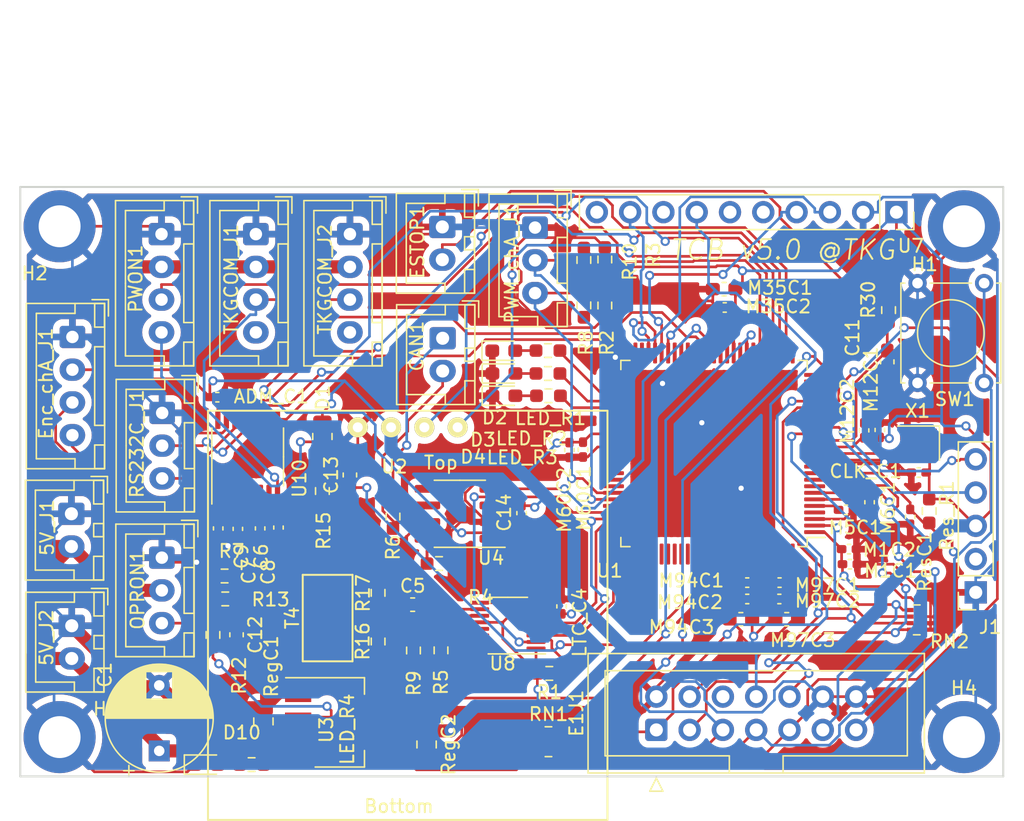
<source format=kicad_pcb>
(kicad_pcb (version 20211014) (generator pcbnew)
  (title_block (title "TCB") (date "2024-09-22") (rev "5.0") (company "TKG"))
  (layers (0 "F.Cu" signal) (31 "B.Cu" signal) (34 "B.Paste" user) (35 "F.Paste" user) (36 "B.SilkS" user "B.Silkscreen") (37 "F.SilkS" user "F.Silkscreen") (38 "B.Mask" user) (39 "F.Mask" user) (44 "Edge.Cuts" user))
  (net 0 "")
  (net 1 "GND")
  (net 2 "+5V")
  (net 3 "/OPRON")
  (net 4 "Net-(CAN1-Pad1)")
  (net 5 "+3V3")
  (net 6 "Net-(CAN1-Pad2)")
  (net 7 "Net-(D1-Pad2)")
  (net 11 "Net-(C5-Pad1)")
  (net 12 "Net-(C6-Pad1)")
  (net 13 "Net-(C6-Pad2)")
  (net 14 "Net-(C7-Pad1)")
  (net 15 "Net-(C7-Pad2)")
  (net 16 "Net-(C8-Pad1)")
  (net 17 "Net-(C9-Pad1)")
  (net 19 "/ESTOP")
  (net 22 "/ADC5")
  (net 24 "Net-(D2-Pad2)")
  (net 25 "Net-(D3-Pad2)")
  (net 26 "Net-(D4-Pad2)")
  (net 29 "/TCK")
  (net 30 "/TRST#")
  (net 31 "/EMLE")
  (net 32 "/TD0")
  (net 34 "/MD")
  (net 35 "/TMS")
  (net 36 "UB")
  (net 37 "/TDI")
  (net 38 "/RES#")
  (net 39 "Net-(Enc_chA_J1-Pad3)")
  (net 40 "Net-(Enc_chA_J1-Pad4)")
  (net 56 "Net-(OPRON1-Pad3)")
  (net 58 "/PWON")
  (net 59 "CAN_TX")
  (net 62 "/Rx3")
  (net 63 "/Tx3")
  (net 64 "CAN_RX")
  (net 68 "Net-(D10-Pad2)")
  (net 69 "/LED_RED")
  (net 70 "/LED_YELLOW")
  (net 71 "/LED_GREEN")
  (net 74 "Net-(M5C1-Pad1)")
  (net 75 "/PWM_chA")
  (net 76 "/{slash}PWM_chA")
  (net 78 "/Rx2")
  (net 79 "/MISOB")
  (net 80 "/DataTransfer/CoREjpEXT_In")
  (net 82 "Net-(R4-Pad2)")
  (net 83 "Net-(R5-Pad1)")
  (net 84 "Net-(R5-Pad2)")
  (net 85 "Net-(R16-Pad1)")
  (net 86 "Net-(R17-Pad2)")
  (net 87 "Net-(RS232C_J1-Pad2)")
  (net 88 "Net-(RS232C_J1-Pad3)")
  (net 94 "/XTAL")
  (net 95 "/Rx1")
  (net 96 "/Tx1")
  (net 97 "/IIC2_SDA")
  (net 98 "/IIC2_SCL")
  (net 103 "/MOSIA")
  (net 104 "/RSPCKA")
  (net 105 "/SSLA0")
  (net 110 "/MOSIB")
  (net 111 "/RSPCKB")
  (net 112 "/SSLB0")
  (footprint "Capacitor_SMD:C_0603_1608Metric_Pad1.08x0.95mm_HandSolder" (layer "F.Cu") (at 161.15 98.35 -90)
    (fp_text reference "C11")
    (fp_text value "0.1u")
  )
  (footprint "Resistor_SMD:R_0603_1608Metric_Pad0.98x0.95mm_HandSolder" (layer "F.Cu") (at 110.6375 116.45 180)
    (fp_text reference "R13")
    (fp_text value "10k")
  )
  (footprint "Connector_JST:JST_XH_B3B-XH-A_1x03_P2.50mm_Vertical" (layer "F.Cu") (at 105.8 113.3 -90)
    (fp_text reference "OPRON1")
    (fp_text value "JST_XH")
  )
  (footprint "Connector_JST:JST_XH_B2B-XH-A_1x02_P2.50mm_Vertical" (layer "F.Cu") (at 127.2 88.05 -90)
    (fp_text reference "ESTOP1")
    (fp_text value "JST_XH")
  )
  (footprint "Connector_JST:JST_XH_B4B-XH-A_1x04_P2.50mm_Vertical" (layer "F.Cu") (at 120.15 88.6 -90)
    (fp_text reference "TKGCOM_J2")
    (fp_text value "JST_XH")
  )
  (footprint "MountingHole:MountingHole_3.2mm_M3_ISO14580_Pad" (layer "F.Cu") (at 98 127)
    (fp_text reference "H3")
    (fp_text value "M3")
  )
  (footprint "Connector_JST:JST_XH_B4B-XH-A_1x04_P2.50mm_Vertical" (layer "F.Cu") (at 98.975 96.45 -90)
    (fp_text reference "Enc_chA_J1")
    (fp_text value "JST_XH")
  )
  (footprint "Resistor_SMD:R_0603_1608Metric_Pad0.98x0.95mm_HandSolder" (layer "F.Cu") (at 123.4375 110.1625 -90)
    (fp_text reference "R6")
    (fp_text value "120")
  )
  (footprint "Resistor_SMD:R_0603_1608Metric_Pad0.98x0.95mm_HandSolder" (layer "F.Cu") (at 125 120.3875 -90)
    (fp_text reference "R9")
    (fp_text value "1k")
  )
  (footprint "Capacitor_THT:CP_Radial_D8.0mm_P5.00mm" (layer "F.Cu") (at 105.6 128.052651 90)
    (fp_text reference "C1")
    (fp_text value "100u")
  )
  (footprint "Capacitor_SMD:C_0402_1005Metric_Pad0.74x0.62mm_HandSolder" (layer "F.Cu") (at 136.3 117.02 90)
    (fp_text reference "LTC_C4")
    (fp_text value "0.1u")
  )
  (footprint "Resistor_SMD:R_0603_1608Metric_Pad0.98x0.95mm_HandSolder" (layer "F.Cu") (at 135.2625 97.49 180)
    (fp_text reference "LED_R1")
    (fp_text value "1k")
  )
  (footprint "Capacitor_SMD:C_0805_2012Metric_Pad1.18x1.45mm_HandSolder" (layer "F.Cu") (at 126 127.5625 -90)
    (fp_text reference "RegC2")
    (fp_text value "22u")
  )
  (footprint "Connector_JST:JST_XH_B2B-XH-A_1x02_P2.50mm_Vertical" (layer "F.Cu") (at 98.925 118.5 -90)
    (fp_text reference "5V_J2")
    (fp_text value "JST XH")
  )
  (footprint "Capacitor_SMD:C_0603_1608Metric_Pad1.08x0.95mm_HandSolder" (layer "F.Cu") (at 120.15 106.9875 90)
    (fp_text reference "C13")
    (fp_text value "0.1u")
  )
  (footprint "Capacitor_SMD:C_0402_1005Metric_Pad0.74x0.62mm_HandSolder" (layer "F.Cu") (at 159.8 109.0675 -90)
    (fp_text reference "M6C1")
    (fp_text value "0.1u")
  )
  (footprint "Resistor_SMD:R_0603_1608Metric_Pad0.98x0.95mm_HandSolder" (layer "F.Cu") (at 127.1 120.375 90)
    (fp_text reference "R5")
    (fp_text value "1k")
  )
  (footprint "Resistor_SMD:R_0603_1608Metric_Pad0.98x0.95mm_HandSolder" (layer "F.Cu") (at 126.95 113.75 180)
    (fp_text reference "R4")
    (fp_text value "10k")
  )
  (footprint "LED_SMD:LED_0603_1608Metric_Pad1.05x0.95mm_HandSolder" (layer "F.Cu") (at 109.175 129.1)
    (fp_text reference "D10")
    (fp_text value "BLUE")
  )
  (footprint "Resistor_SMD:R_0603_1608Metric_Pad0.98x0.95mm_HandSolder" (layer "F.Cu") (at 139.6 90.5375 90)
    (fp_text reference "R3")
    (fp_text value "10k")
  )
  (footprint "Capacitor_SMD:C_0402_1005Metric_Pad0.74x0.62mm_HandSolder" (layer "F.Cu") (at 158.2325 112.65)
    (fp_text reference "M1C2")
    (fp_text value "0.1u")
  )
  (footprint "Capacitor_SMD:C_0402_1005Metric_Pad0.74x0.62mm_HandSolder" (layer "F.Cu") (at 133.25 109.9 -90)
    (fp_text reference "C14")
    (fp_text value "0.1u")
  )
  (footprint "Capacitor_SMD:C_0402_1005Metric_Pad0.74x0.62mm_HandSolder" (layer "F.Cu") (at 110.0325 101.05)
    (fp_text reference "ADM_C1")
    (fp_text value "0.1u")
  )
  (footprint "Package_SO:TSSOP-16_4.4x5mm_P0.65mm" (layer "F.Cu") (at 112.35 105.6025 90)
    (fp_text reference "U10")
    (fp_text value "ADM3202ARUZ")
  )
  (footprint "Connector_IDC:IDC-Header_2x07_P2.54mm_Vertical" (layer "F.Cu") (at 143.53 126.45 90)
    (fp_text reference "E1J1")
    (fp_text value "E1")
  )
  (footprint "Capacitor_SMD:C_0603_1608Metric_Pad1.08x0.95mm_HandSolder" (layer "F.Cu") (at 111.5 119.1875 -90)
    (fp_text reference "C12")
    (fp_text value "0.1u")
  )
  (footprint "Capacitor_SMD:C_0603_1608Metric_Pad1.08x0.95mm_HandSolder" (layer "F.Cu") (at 149.9775 118.005 180)
    (fp_text reference "M94C3")
    (fp_text value "10u")
  )
  (footprint "Package_SO:MSOP-16_3x4mm_P0.5mm" (layer "F.Cu") (at 132.2 118.4875 180)
    (fp_text reference "U8")
    (fp_text value "LTC6820")
  )
  (footprint "Capacitor_SMD:C_0402_1005Metric_Pad0.74x0.62mm_HandSolder" (layer "F.Cu") (at 162.9 110.1825 -90)
    (fp_text reference "ResC1")
    (fp_text value "0.1u")
  )
  (footprint "Capacitor_SMD:C_0402_1005Metric_Pad0.74x0.62mm_HandSolder" (layer "F.Cu") (at 114.7 111.0025 -90)
    (fp_text reference "C8")
    (fp_text value "0.1u 10V")
  )
  (footprint "Capacitor_SMD:C_0402_1005Metric_Pad0.74x0.62mm_HandSolder" (layer "F.Cu") (at 152.915 116.455 180)
    (fp_text reference "M97C2")
    (fp_text value "0.1u")
  )
  (footprint "Resistor_SMD:R_0603_1608Metric_Pad0.98x0.95mm_HandSolder" (layer "F.Cu") (at 138 90.575 -90)
    (fp_text reference "R10")
    (fp_text value "10k")
  )
  (footprint "Capacitor_SMD:C_0402_1005Metric_Pad0.74x0.62mm_HandSolder" (layer "F.Cu") (at 113.3 111.0675 90)
    (fp_text reference "C7")
    (fp_text value "0.1u 10V")
  )
  (footprint "Connector_JST:JST_XH_B3B-XH-A_1x03_P2.50mm_Vertical" (layer "F.Cu") (at 105.825 102.25 -90)
    (fp_text reference "RS232C_J1")
    (fp_text value "JST_XH")
  )
  (footprint "Capacitor_SMD:C_0402_1005Metric_Pad0.74x0.62mm_HandSolder" (layer "F.Cu") (at 137.935 105.05 90)
    (fp_text reference "M60C1")
    (fp_text value "0.1u")
  )
  (footprint "Resistor_SMD:R_0603_1608Metric_Pad0.98x0.95mm_HandSolder" (layer "F.Cu") (at 161.25 94.4 90)
    (fp_text reference "R30")
    (fp_text value "1k")
  )
  (footprint "MountingHole:MountingHole_3.2mm_M3_ISO14580_Pad" (layer "F.Cu") (at 98 88)
    (fp_text reference "H2")
    (fp_text value "M3")
  )
  (footprint "Connector_JST:JST_XH_B4B-XH-A_1x04_P2.50mm_Vertical" (layer "F.Cu") (at 105.775 88.6 -90)
    (fp_text reference "PWON1")
    (fp_text value "JST_XH")
  )
  (footprint "Resistor_SMD:R_0603_1608Metric_Pad0.98x0.95mm_HandSolder" (layer "F.Cu") (at 110.5875 114.7 180)
    (fp_text reference "R7")
    (fp_text value "TBD")
  )
  (footprint "Capacitor_SMD:C_0402_1005Metric_Pad0.74x0.62mm_HandSolder" (layer "F.Cu") (at 136.9 105.0825 90)
    (fp_text reference "M60C2")
    (fp_text value "0.1u")
  )
  (footprint "Resistor_SMD:R_0603_1608Metric_Pad0.98x0.95mm_HandSolder" (layer "F.Cu") (at 138 94.0375 90)
    (fp_text reference "R8")
    (fp_text value "10k")
  )
  (footprint "Resistor_SMD:R_0603_1608Metric_Pad0.98x0.95mm_HandSolder" (layer "F.Cu") (at 139.6 94.05 -90)
    (fp_text reference "R2")
    (fp_text value "10k")
  )
  (footprint "Resistor_SMD:R_0603_1608Metric_Pad0.98x0.95mm_HandSolder" (layer "F.Cu") (at 135.3625 122.1375 180)
    (fp_text reference "R1")
    (fp_text value "1k")
  )
  (footprint "Resistor_SMD:R_0805_2012Metric_Pad1.20x1.40mm_HandSolder" (layer "F.Cu") (at 118.05 104.05 -90)
    (fp_text reference "D1")
    (fp_text value "BZT52C3V6")
  )
  (footprint "Capacitor_SMD:C_0402_1005Metric_Pad0.74x0.62mm_HandSolder" (layer "F.Cu") (at 150.465 115.205 180)
    (fp_text reference "M94C1")
    (fp_text value "0.1u")
  )
  (footprint "Capacitor_SMD:C_0603_1608Metric_Pad1.08x0.95mm_HandSolder" (layer "F.Cu") (at 124.9375 116.8875)
    (fp_text reference "C5")
    (fp_text value "10n")
  )
  (footprint "Resistor_SMD:R_0603_1608Metric_Pad0.98x0.95mm_HandSolder" (layer "F.Cu") (at 135.3 100.94 180)
    (fp_text reference "LED_R3")
    (fp_text value "1k")
  )
  (footprint "Capacitor_SMD:C_0603_1608Metric_Pad1.08x0.95mm_HandSolder" (layer "F.Cu") (at 153.4775 118.005 180)
    (fp_text reference "M97C3")
    (fp_text value "10u")
  )
  (footprint "Capacitor_SMD:C_0402_1005Metric_Pad0.74x0.62mm_HandSolder" (layer "F.Cu") (at 159.3825 103.5825 -90)
    (fp_text reference "M12C2")
    (fp_text value "0.1u")
  )
  (footprint "LED_SMD:LED_0603_1608Metric_Pad1.05x0.95mm_HandSolder" (layer "F.Cu") (at 131.9 100.94)
    (fp_text reference "D4")
    (fp_text value "GREEN")
  )
  (footprint "Capacitor_SMD:C_0402_1005Metric_Pad0.74x0.62mm_HandSolder" (layer "F.Cu") (at 160.5825 103.55 -90)
    (fp_text reference "M12C1")
    (fp_text value "0.1u")
  )
  (footprint "LED_SMD:LED_0603_1608Metric_Pad1.05x0.95mm_HandSolder" (layer "F.Cu") (at 131.9 99.24)
    (fp_text reference "D3")
    (fp_text value "YELLOW")
  )
  (footprint "Resistor_SMD:R_0603_1608Metric_Pad0.98x0.95mm_HandSolder" (layer "F.Cu") (at 122.3 115.9875 90)
    (fp_text reference "R17")
    (fp_text value "60.1")
  )
  (footprint "Oscillator:Oscillator_SMD_SeikoEpson_SG210-4Pin_2.5x2.0mm" (layer "F.Cu") (at 163.5325 104.55 180)
    (fp_text reference "X1")
    (fp_text value "SG-210STF")
  )
  (footprint "Resistor_SMD:R_Array_Concave_4x0402" (layer "F.Cu") (at 135.3 127.35)
    (fp_text reference "RN1")
    (fp_text value "4.7k")
  )
  (footprint "Package_SO:SOIC-8_3.9x4.9mm_P1.27mm" (layer "F.Cu") (at 128.5375 109.95 180)
    (fp_text reference "U4")
    (fp_text value "SN65HVD230(SOIC)")
  )
  (footprint "Resistor_SMD:R_Array_Concave_4x0402" (layer "F.Cu") (at 163.4 118.05)
    (fp_text reference "RN2")
    (fp_text value "4.7k")
  )
  (footprint "XMYLIB:SSD1306(128x64Display)" (layer "F.Cu") (at 120.75 103.35)
    (fp_text reference "U2")
    (fp_text value "SSD1306(128x64Display)")
  )
  (footprint "Resistor_SMD:R_0603_1608Metric_Pad0.98x0.95mm_HandSolder" (layer "F.Cu") (at 109.7 119.2 -90)
    (fp_text reference "R12")
    (fp_text value "1k")
  )
  (footprint "MountingHole:MountingHole_3.2mm_M3_ISO14580_Pad" (layer "F.Cu") (at 167 88)
    (fp_text reference "H1")
    (fp_text value "M3")
  )
  (footprint "Capacitor_SMD:C_0402_1005Metric_Pad0.74x0.62mm_HandSolder" (layer "F.Cu") (at 148.75 94.2 180)
    (fp_text reference "M35C2")
    (fp_text value "0.1u")
  )
  (footprint "Resistor_SMD:R_0603_1608Metric_Pad0.98x0.95mm_HandSolder" (layer "F.Cu") (at 135.2625 99.24 180)
    (fp_text reference "LED_R2")
    (fp_text value "1k")
  )
  (footprint "Connector_JST:JST_XH_B3B-XH-A_1x03_P2.50mm_Vertical" (layer "F.Cu") (at 134.275 88.1 -90)
    (fp_text reference "PWM_chA_J1")
    (fp_text value "JST_XH")
  )
  (footprint "MountingHole:MountingHole_3.2mm_M3_ISO14580_Pad" (layer "F.Cu") (at 167 127)
    (fp_text reference "H4")
    (fp_text value "M3")
  )
  (footprint "Connector_JST:JST_XH_B2B-XH-A_1x02_P2.50mm_Vertical" (layer "F.Cu") (at 98.9 109.95 -90)
    (fp_text reference "5V_J1")
    (fp_text value "JST XH")
  )
  (footprint "Connector_PinSocket_2.54mm:PinSocket_1x10_P2.54mm_Vertical" (layer "F.Cu") (at 161.85 86.925 -90)
    (fp_text reference "U7")
    (fp_text value "MPU9250_Ali_module")
  )
  (footprint "Resistor_SMD:R_0603_1608Metric_Pad0.98x0.95mm_HandSolder" (layer "F.Cu") (at 112.65 129.1 180)
    (fp_text reference "LED_R4")
    (fp_text value "4k7")
  )
  (footprint "Capacitor_SMD:C_0402_1005Metric_Pad0.74x0.62mm_HandSolder" (layer "F.Cu") (at 158.3 113.8)
    (fp_text reference "M1C1")
    (fp_text value "0.1u")
  )
  (footprint "XMYLIB:DLW43SH101XK2" (layer "F.Cu") (at 118.45 117.9125 90)
    (fp_text reference "T4")
    (fp_text value "DLW43SH101XK2")
  )
  (footprint "Resistor_SMD:R_0603_1608Metric_Pad0.98x0.95mm_HandSolder" (layer "F.Cu") (at 164.35 109.7375 90)
    (fp_text reference "Res_R1")
    (fp_text value "10k")
  )
  (footprint "Package_TO_SOT_SMD:SOT-223-3_TabPin2" (layer "F.Cu") (at 119.35 125.875)
    (fp_text reference "U3")
    (fp_text value "AZ1086H-3.3")
  )
  (footprint "Capacitor_SMD:C_0402_1005Metric_Pad0.74x0.62mm_HandSolder" (layer "F.Cu") (at 152.9325 115.205 180)
    (fp_text reference "M97C1")
    (fp_text value "0.1u")
  )
  (footprint "Connector_JST:JST_XH_B2B-XH-A_1x02_P2.50mm_Vertical" (layer "F.Cu") (at 127.225 96.55 -90)
    (fp_text reference "CAN1")
    (fp_text value "JST_XH")
  )
  (footprint "Connector_PinSocket_2.54mm:PinSocket_1x05_P2.54mm_Vertical" (layer "F.Cu") (at 167.9 115.95 180)
    (fp_text reference "J1")
    (fp_text value "XBee")
  )
  (footprint "Capacitor_SMD:C_0402_1005Metric_Pad0.74x0.62mm_HandSolder" (layer "F.Cu") (at 163.55 106.8 180)
    (fp_text reference "CLK_C1")
    (fp_text value "0.1u")
  )
  (footprint "Resistor_SMD:R_0603_1608Metric_Pad0.98x0.95mm_HandSolder" (layer "F.Cu") (at 122.3 119.7 90)
    (fp_text reference "R16")
    (fp_text value "60.1")
  )
  (footprint "Capacitor_SMD:C_0402_1005Metric_Pad0.74x0.62mm_HandSolder" (layer "F.Cu") (at 158 109.65)
    (fp_text reference "M5C1")
    (fp_text value "0.1u")
  )
  (footprint "Capacitor_SMD:C_0402_1005Metric_Pad0.74x0.62mm_HandSolder" (layer "F.Cu") (at 110.1 111.0675 -90)
    (fp_text reference "C9")
    (fp_text value "0.1u 10V")
  )
  (footprint "Capacitor_SMD:C_0402_1005Metric_Pad0.74x0.62mm_HandSolder" (layer "F.Cu") (at 111.6 111.1025 90)
    (fp_text reference "C6")
    (fp_text value "0.1u 10V")
  )
  (footprint "Resistor_SMD:R_0603_1608Metric_Pad0.98x0.95mm_HandSolder" (layer "F.Cu") (at 118.05 108.2125 90)
    (fp_text reference "R15")
    (fp_text value "10k")
  )
  (footprint "Capacitor_SMD:C_0805_2012Metric_Pad1.18x1.45mm_HandSolder" (layer "F.Cu") (at 113.55 125.8 90)
    (fp_text reference "RegC1")
    (fp_text value "10u")
  )
  (footprint "Capacitor_SMD:C_0603_1608Metric_Pad1.08x0.95mm_HandSolder" (layer "F.Cu") (at 148.7 92.8 180)
    (fp_text reference "M35C1")
    (fp_text value "1u")
  )
  (footprint "Button_Switch_THT:SW_Tactile_Straight_KSA0Axx1LFTR" (layer "F.Cu") (at 163.46 99.96 90)
    (fp_text reference "SW1")
    (fp_text value "Reset")
  )
  (footprint "LED_SMD:LED_0603_1608Metric_Pad1.05x0.95mm_HandSolder" (layer "F.Cu") (at 131.8875 97.5)
    (fp_text reference "D2")
    (fp_text value "RED")
  )
  (footprint "Connector_JST:JST_XH_B4B-XH-A_1x04_P2.50mm_Vertical" (layer "F.Cu") (at 112.975 88.6 -90)
    (fp_text reference "TKGCOM_J1")
    (fp_text value "JST_XH")
  )
  (footprint "Package_QFP:LQFP-100_14x14mm_P0.5mm" (layer "F.Cu") (at 147.9325 105.35 180)
    (fp_text reference "U1")
    (fp_text value "RX631_100pin")
  )
  (footprint "Capacitor_SMD:C_0402_1005Metric_Pad0.74x0.62mm_HandSolder" (layer "F.Cu") (at 150.465 116.455 180)
    (fp_text reference "M94C2")
    (fp_text value "0.1u")
  )
  (gr_line (start 95 85) (end 170 85) (layer "Edge.Cuts") (width 0.15))
  (gr_line (start 95 130) (end 95 85) (layer "Edge.Cuts") (width 0.15))
  (gr_line (start 170 85) (end 170 130) (layer "Edge.Cuts") (width 0.15))
  (gr_line (start 170 130) (end 95 130) (layer "Edge.Cuts") (width 0.15))
  (gr_text "TCB v5.0 @TKG" (at 153.2 89.8) (layer "F.SilkS") (effects (font (size 1.5 1.5) (thickness 0.15) italic)))
  (segment (start 153.482 116.455) (end 153.482 115.8385) (width 0.2032) (layer "F.Cu") (net 1))
  (segment (start 118.848 116.7019) (end 118.848 111.8776) (width 0.2032) (layer "F.Cu") (net 1))
  (segment (start 118.8349 116.9902) (end 118.8349 121.1997) (width 0.2032) (layer "F.Cu") (net 1))
  (segment (start 150.6745 119.9627) (end 149.9362 119.2244) (width 0.2032) (layer "F.Cu") (net 1))
  (segment (start 130.6166 110.585) (end 130.8143 110.585) (width 0.2032) (layer "F.Cu") (net 1))
  (segment (start 105.6 123.052651) (end 107.309349 124.762) (width 1) (layer "F.Cu") (net 1))
  (segment (start 158.8 113.732) (end 158.8675 113.7995) (width 0.2032) (layer "F.Cu") (net 1))
  (segment (start 131.012 98.3637) (end 131.0125 98.3632) (width 0.2032) (layer "F.Cu") (net 1))
  (segment (start 147.838 93.3275) (end 147.838 92.8) (width 0.2032) (layer "F.Cu") (net 1))
  (segment (start 114.738 123.288) (end 114.738 123.575) (width 0.2032) (layer "F.Cu") (net 1))
  (segment (start 134.35 117.2375) (end 134.35 117.238) (width 0.2032) (layer "F.Cu") (net 1))
  (segment (start 162.6 106.8) (end 162.982 106.8) (width 0.2032) (layer "F.Cu") (net 1))
  (segment (start 135.1434 95.7404) (end 132.9329 93.5299) (width 0.2032) (layer "F.Cu") (net 1))
  (segment (start 105.700049 123.1527) (end 105.6 123.052651) (width 0.2032) (layer "F.Cu") (net 1))
  (segment (start 120.15 88.6) (end 126.65 88.6) (width 0.2032) (layer "F.Cu") (net 1))
  (segment (start 158.8675 113.7995) (end 158.8675 113.8) (width 0.2032) (layer "F.Cu") (net 1))
  (segment (start 152.0358 119.9627) (end 150.6745 119.9627) (width 0.2032) (layer "F.Cu") (net 1))
  (segment (start 139.9796 94.9625) (end 139.6 94.9625) (width 0.2032) (layer "F.Cu") (net 1))
  (segment (start 132.2736 105.0401) (end 128.9529 108.3608) (width 0.2032) (layer "F.Cu") (net 1))
  (segment (start 150.9325 113.025) (end 150.9325 108.9325) (width 0.2032) (layer "F.Cu") (net 1))
  (segment (start 149.898 115.205) (end 150.932 114.17) (width 0.2032) (layer "F.Cu") (net 1))
  (segment (start 136.0321 116.7199) (end 136.3 116.452) (width 0.2032) (layer "F.Cu") (net 1))
  (segment (start 153.4325 114.081) (end 153.4325 113.025) (width 0.2032) (layer "F.Cu") (net 1))
  (segment (start 159.8 109.9367) (end 160.6133 110.75) (width 0.2032) (layer "F.Cu") (net 1))
  (segment (start 164.2759 118.3) (end 164.4519 118.3) (width 0.2032) (layer "F.Cu") (net 1))
  (segment (start 141.242 93.7001) (end 139.9796 94.9625) (width 0.2032) (layer "F.Cu") (net 1))
  (segment (start 150.932 114.17) (end 150.932 113.025) (width 0.2032) (layer "F.Cu") (net 1))
  (segment (start 160.7884 105.85) (end 160.949 106.0106) (width 0.2032) (layer "F.Cu") (net 1))
  (segment (start 149.898 116.455) (end 149.898 116.0353) (width 0.2032) (layer "F.Cu") (net 1))
  (segment (start 158.8 112.65) (end 158.8 113.732) (width 0.2032) (layer "F.Cu") (net 1))
  (segment (start 154.34 117.6585) (end 152.0358 119.9627) (width 0.2032) (layer "F.Cu") (net 1))
  (segment (start 124.037 119.136) (end 124.5535 118.6195) (width 0.2032) (layer "F.Cu") (net 1))
  (segment (start 160.6133 110.75) (end 158.8 112.5633) (width 0.2032) (layer "F.Cu") (net 1))
  (segment (start 130.05 118.738) (end 130.0495 118.738) (width 0.2032) (layer "F.Cu") (net 1))
  (segment (start 139.05 104.85) (end 138.282 105.618) (width 0.2032) (layer "F.Cu") (net 1))
  (segment (start 158.575 109.6425) (end 158.582 109.635) (width 0.2032) (layer "F.Cu") (net 1))
  (segment (start 124.9541 116.0416) (end 121.8946 116.0416) (width 0.2032) (layer "F.Cu") (net 1))
  (segment (start 158.8 112.5633) (end 158.8 112.65) (width 0.2032) (layer "F.Cu") (net 1))
  (segment (start 122.7752 121.4185) (end 124.037 120.1567) (width 0.2032) (layer "F.Cu") (net 1))
  (segment (start 108.3 129.1) (end 107.75 129.65) (width 0.2032) (layer "F.Cu") (net 1))
  (segment (start 110.85 112.385) (end 110.1 111.635) (width 0.2032) (layer "F.Cu") (net 1))
  (segment (start 128.6841 126.1456) (end 126.1135 123.575) (width 0.2032) (layer "F.Cu") (net 1))
  (segment (start 128.9529 108.3608) (end 128.9529 108.9213) (width 0.2032) (layer "F.Cu") (net 1))
  (segment (start 116.2924 109.6208) (end 116.2924 109.9776) (width 0.2032) (layer "F.Cu") (net 1))
  (segment (start 131.012 99.2275) (end 131.025 99.24) (width 0.2032) (layer "F.Cu") (net 1))
  (segment (start 106.15 113.65) (end 105.8 113.3) (width 0.2032) (layer "F.Cu") (net 1))
  (segment (start 128.8 119.25) (end 130.038 119.25) (width 0.2032) (layer "F.Cu") (net 1))
  (segment (start 164.4519 118.476) (end 164.4519 118.8) (width 0.2032) (layer "F.Cu") (net 1))
  (segment (start 133.2495 110.468) (end 133.25 110.4675) (width 0.2032) (layer "F.Cu") (net 1))
  (segment (start 116.2 123.575) (end 114.738 123.575) (width 1) (layer "F.Cu") (net 1))
  (segment (start 108.45 113.65) (end 109.5 114.7) (width 0.2032) (layer "F.Cu") (net 1))
  (segment (start 133.2192 92.2188) (end 133.2192 91.4876) (width 0.2032) (layer "F.Cu") (net 1))
  (segment (start 128.9529 108.9213) (end 130.6166 110.585) (width 0.2032) (layer "F.Cu") (net 1))
  (segment (start 149.898 116.0353) (end 149.8975 116.0358) (width 0.2032) (layer "F.Cu") (net 1))
  (segment (start 136.9 105.65) (end 132.8834 105.65) (width 0.2032) (layer "F.Cu") (net 1))
  (segment (start 121.0967 116.8395) (end 118.9856 116.8395) (width 0.2032) (layer "F.Cu") (net 1))
  (segment (start 100.65 129.65) (end 98 127) (width 0.2032) (layer "F.Cu") (net 1))
  (segment (start 120.75 105.525) (end 120.75 103.35) (width 0.2032) (layer "F.Cu") (net 1))
  (segment (start 147.932 97.675) (end 147.932 96.0625) (width 0.2032) (layer "F.Cu") (net 1))
  (segment (start 148.0575 94.325) (end 148.1825 94.2) (width 0.2032) (layer "F.Cu") (net 1))
  (segment (start 147.932 96.0625) (end 147.9325 96.063) (width 0.2032) (layer "F.Cu") (net 1))
  (segment (start 139.6 94.9625) (end 138.8221 95.7404) (width 0.2032) (layer "F.Cu") (net 1))
  (segment (start 159.8 109.635) (end 159.8 109.9367) (width 0.2032) (layer "F.Cu") (net 1))
  (segment (start 153.432 114.0815) (end 153.432 115.138) (width 0.2032) (layer "F.Cu") (net 1))
  (segment (start 150.9325 113.025) (end 150.932 113.025) (width 0.2032) (layer "F.Cu") (net 1))
  (segment (start 135.502 117.25) (end 136.0321 116.7199) (width 0.2032) (layer "F.Cu") (net 1))
  (segment (start 153.432 115.138) (end 153.5 115.205) (width 0.2032) (layer "F.Cu") (net 1))
  (segment (start 130.8143 110.585) (end 128.5732 110.585) (width 0.2032) (layer "F.Cu") (net 1))
  (segment (start 143.53 123.2065) (end 143.53 123.91) (width 0.2032) (layer "F.Cu") (net 1))
  (segment (start 161.3695 102.982) (end 161.632 102.982) (width 0.2032) (layer "F.Cu") (net 1))
  (segment (start 120.15 106.125) (end 120.15 106.4543) (width 0.2032) (layer "F.Cu") (net 1))
  (segment (start 116.2924 109.9776) (end 114.7 111.57) (width 0.2032) (layer "F.Cu") (net 1))
  (segment (start 138.8459 88.8709) (end 139.6 89.625) (width 0.2032) (layer "F.Cu") (net 1))
  (segment (start 118.9856 116.8395) (end 118.8349 116.9902) (width 0.2032) (layer "F.Cu") (net 1))
  (segment (start 126 128.6) (end 126.9227 128.6) (width 0.2032) (layer "F.Cu") (net 1))
  (segment (start 105.825 102.25) (end 107.3599 103.7849) (width 0.2032) (layer "F.Cu") (net 1))
  (segment (start 164.4519 117.8) (end 164.4519 118.3) (width 0.2032) (layer "F.Cu") (net 1))
  (segment (start 124.5535 118.6195) (end 128.8435 118.6195) (width 0.2032) (layer "F.Cu") (net 1))
  (segment (start 130.0495 118.738) (end 128.962 118.738) (width 0.2032) (layer "F.Cu") (net 1))
  (segment (start 131.0125 98.3632) (end 131.0125 97.5) (width 0.2032) (layer "F.Cu") (net 1))
  (segment (start 132.8834 105.65) (end 132.2736 105.0401) (width 0.2032) (layer "F.Cu") (net 1))
  (segment (start 158.575 109.6425) (end 158.5675 109.65) (width 0.2032) (layer "F.Cu") (net 1))
  (segment (start 108.45 113.65) (end 106.15 113.65) (width 0.2032) (layer "F.Cu") (net 1))
  (segment (start 160.55 103.015) (end 160.5825 102.9825) (width 0.2032) (layer "F.Cu") (net 1))
  (segment (start 118.848 111.8776) (end 124.2866 111.8776) (width 0.2032) (layer "F.Cu") (net 1))
  (segment (start 118.9856 116.8395) (end 118.848 116.7019) (width 0.2032) (layer "F.Cu") (net 1))
  (segment (start 167 88) (end 167 88.8) (width 0.2032) (layer "F.Cu") (net 1))
  (segment (start 114.738 123.575) (end 113.55 124.762) (width 1) (layer "F.Cu") (net 1))
  (segment (start 137.9345 105.618) (end 136.932 105.618) (width 0.2032) (layer "F.Cu") (net 1))
  (segment (start 161.3695 102.982) (end 161.3695 102.0505) (width 0.2032) (layer "F.Cu") (net 1))
  (segment (start 109.5 114.7) (end 109.675 114.7) (width 0.2032) (layer "F.Cu") (net 1))
  (segment (start 158.868 113.8) (end 161.6156 113.8) (width 0.2032) (layer "F.Cu") (net 1))
  (segment (start 131.025 100.94) (end 131.025 99.24) (width 0.2032) (layer "F.Cu") (net 1))
  (segment (start 153.482 115.8385) (end 153.4825 115.839) (width 0.2032) (layer "F.Cu") (net 1))
  (segment (start 136.0326 116.7199) (end 136.3 116.4525) (width 0.2032) (layer "F.Cu") (net 1))
  (segment (start 149.115 117.238) (end 149.898 116.455) (width 0.2032) (layer "F.Cu") (net 1))
  (segment (start 125 123.575) (end 116.2 123.575) (width 0.2032) (layer "F.Cu") (net 1))
  (segment (start 167.2085 116.0656) (end 167.3241 115.95) (width 0.2032) (layer "F.Cu") (net 1))
  (segment (start 128.8 118.9) (end 128.8 119.25) (width 0.2032) (layer "F.Cu") (net 1))
  (segment (start 156.23 123.91) (end 158.77 123.91) (width 0.2032) (layer "F.Cu") (net 1))
  (segment (start 162.712 99.2125) (end 163.46 99.96) (width 0.2032) (layer "F.Cu") (net 1))
  (segment (start 127.8625 111.2957) (end 127.8625 113.75) (width 0.2032) (layer "F.Cu") (net 1))
  (segment (start 133.598 113.75) (end 136.3 116.452) (width 0.2032) (layer "F.Cu") (net 1))
  (segment (start 133.2495 110.468) (end 131.13 110.468) (width 0.2032) (layer "F.Cu") (net 1))
  (segment (start 132.9271 89.4479) (end 134.275 88.1) (width 0.2032) (layer "F.Cu") (net 1))
  (segment (start 147.7125 93.7001) (end 141.242 93.7001) (width 0.2032) (layer "F.Cu") (net 1))
  (segment (start 126.9227 128.6) (end 128.6841 126.8386) (width 0.2032) (layer "F.Cu") (net 1))
  (segment (start 155.608 110.35) (end 157.868 110.35) (width 0.2032) (layer "F.Cu") (net 1))
  (segment (start 110.85 112.3927) (end 110.85 112.385) (width 0.2032) (layer "F.Cu") (net 1))
  (segment (start 147.838 93.855) (end 147.838 93.8256) (width 0.2032) (layer "F.Cu") (net 1))
  (segment (start 164.4519 117.8) (end 163.9 117.8) (width 0.2032) (layer "F.Cu") (net 1))
  (segment (start 137.9345 105.618) (end 137.935 105.6175) (width 0.2032) (layer "F.Cu") (net 1))
  (segment (start 132.9329 92.5051) (end 133.2192 92.2188) (width 0.2032) (layer "F.Cu") (net 1))
  (segment (start 110.725 101.175) (end 110.6 101.05) (width 0.2032) (layer "F.Cu") (net 1))
  (segment (start 148.182 94.2) (end 147.838 93.855) (width 0.2032) (layer "F.Cu") (net 1))
  (segment (start 118.8349 121.1997) (end 119.0537 121.4185) (width 0.2032) (layer "F.Cu") (net 1))
  (segment (start 131.13 110.468) (end 131.071 110.5265) (width 0.2032) (layer "F.Cu") (net 1))
  (segment (start 136.932 105.618) (end 136.9 105.65) (width 0.2032) (layer "F.Cu") (net 1))
  (segment (start 161.107 102.982) (end 160.583 102.982) (width 0.2032) (layer "F.Cu") (net 1))
  (segment (start 105.499651 123.153) (end 103.578 123.153) (width 1) (layer "F.Cu") (net 1))
  (segment (start 161.3695 102.0505) (end 163.46 99.96) (width 0.2032) (layer "F.Cu") (net 1))
  (segment (start 128.962 118.738) (end 128.8 118.9) (width 0.2032) (layer "F.Cu") (net 1))
  (segment (start 103.578 123.153) (end 98.925 118.5) (width 1) (layer "F.Cu") (net 1))
  (segment (start 128.8435 118.6195) (end 128.962 118.738) (width 0.2032) (layer "F.Cu") (net 1))
  (segment (start 130.05 119.238) (end 130.05 119.2375) (width 0.2032) (layer "F.Cu") (net 1))
  (segment (start 131.012 98.3637) (end 131.012 99.2275) (width 0.2032) (layer "F.Cu") (net 1))
  (segment (start 107.3599 103.7849) (end 110.4144 103.7849) (width 0.2032) (layer "F.Cu") (net 1))
  (segment (start 147.9325 96.063) (end 147.9325 97.675) (width 0.2032) (layer "F.Cu") (net 1))
  (segment (start 130.038 119.25) (end 130.05 119.238) (width 0.2032) (layer "F.Cu") (net 1))
  (segment (start 149.898 116.0353) (end 149.898 115.6201) (width 0.2032) (layer "F.Cu") (net 1))
  (segment (start 158.8675 113.7995) (end 158.868 113.8) (width 0.2032) (layer "F.Cu") (net 1))
  (segment (start 160.582 102.982) (end 161.107 102.982) (width 0.2032) (layer "F.Cu") (net 1))
  (segment (start 161.65 105.85) (end 162.6 106.8) (width 0.2032) (layer "F.Cu") (net 1))
  (segment (start 150 108) (end 147 105) (width 0.2032) (layer "F.Cu") (net 1))
  (segment (start 158.568 109.65) (end 158.575 109.6425) (width 0.2032) (layer "F.Cu") (net 1))
  (segment (start 133.2192 91.4876) (end 132.9271 91.1955) (width 0.2032) (layer "F.Cu") (net 1))
  (segment (start 150.9325 108.9325) (end 150 108) (width 0.2032) (layer "F.Cu") (net 1))
  (segment (start 105.6 123.052651) (end 105.499651 123.153) (width 1) (layer "F.Cu") (net 1))
  (segment (start 163.9 118.8) (end 164.4519 118.8) (width 0.2032) (layer "F.Cu") (net 1))
  (segment (start 154.34 117.312) (end 153.482 116.455) (width 0.2032) (layer "F.Cu") (net 1))
  (segment (start 147.932 94.45) (end 148.057 94.325) (width 0.2032) (layer "F.Cu") (net 1))
  (segment (start 132.9271 91.1955) (end 132.9271 89.4479) (width 0.2032) (layer "F.Cu") (net 1))
  (segment (start 131.071 110.5265) (end 131.012 110.585) (width 0.2032) (layer "F.Cu") (net 1))
  (segment (start 163.91 123.91) (end 158.77 123.91) (width 0.2032) (layer "F.Cu") (net 1))
  (segment (start 147 105) (end 147 103) (width 0.2032) (layer "F.Cu") (net 1))
  (segment (start 164.2759 118.3) (end 164.4519 118.476) (width 0.2032) (layer "F.Cu") (net 1))
  (segment (start 148.057 94.325) (end 148.182 94.2) (width 0.2032) (layer "F.Cu") (net 1))
  (segment (start 142.4 100) (end 140.4 98) (width 0.2032) (layer "F.Cu") (net 1))
  (segment (start 124.2866 111.8776) (end 124.9442 111.22) (width 0.2032) (layer "F.Cu") (net 1))
  (segment (start 126.1135 123.575) (end 125 123.575) (width 0.2032) (layer "F.Cu") (net 1))
  (segment (start 127.7868 111.22) (end 127.8625 111.2957) (width 0.2032) (layer "F.Cu") (net 1))
  (segment (start 126.65 88.6) (end 127.2 88.05) (width 0.2032) (layer "F.Cu") (net 1))
  (segment (start 133.25 110.468) (end 133.2495 110.468) (width 0.2032) (layer "F.Cu") (net 1))
  (segment (start 147.8375 93.327) (end 147.8375 92.8) (width 0.2032) (layer "F.Cu") (net 1))
  (segment (start 129.5331 125.2966) (end 128.6841 126.1456) (width 0.2032) (layer "F.Cu") (net 1))
  (segment (start 120.15 106.4543) (end 118.3918 108.2125) (width 0.2032) (layer "F.Cu") (net 1))
  (segment (start 167 88.8) (end 163.46 92.34) (width 0.2032) (layer "F.Cu") (net 1))
  (segment (start 147 103) (end 144 100) (width 0.2032) (layer "F.Cu") (net 1))
  (segment (start 147.932 96.0625) (end 147.932 94.45) (width 0.2032) (layer "F.Cu") (net 1))
  (segment (start 149.115 117.6215) (end 149.115 117.238) (width 0.2032) (layer "F.Cu") (net 1))
  (segment (start 131.012 97.5) (end 131.012 98.3637) (width 0.2032) (layer "F.Cu") (net 1))
  (segment (start 160.6133 110.75) (end 162.9 110.75) (width 0.2032) (layer "F.Cu") (net 1))
  (segment (start 147.838 93.3275) (end 147.8375 93.327) (width 0.2032) (layer "F.Cu") (net 1))
  (segment (start 153.4825 115.839) (end 153.4825 116.455) (width 0.2032) (layer "F.Cu") (net 1))
  (segment (start 118.3918 108.2125) (end 117.7007 108.2125) (width 0.2032) (layer "F.Cu") (net 1))
  (segment (start 134.275 88.1) (end 135.0459 88.8709) (width 0.2032) (layer "F.Cu") (net 1))
  (segment (start 105.775 88.6) (end 112.975 88.6) (width 0.2032) (layer "F.Cu") (net 1))
  (segment (start 157.868 110.35) (end 158.568 109.65) (width 0.2032) (layer "F.Cu") (net 1))
  (segment (start 110.4144 103.7849) (end 110.725 103.4743) (width 0.2032) (layer "F.Cu") (net 1))
  (segment (start 117.7007 108.2125) (end 116.2924 109.6208) (width 0.2032) (layer "F.Cu") (net 1))
  (segment (start 113.975 104.4868) (end 113.975 102.74) (width 0.2032) (layer "F.Cu") (net 1))
  (segment (start 163.8812 116.0656) (end 164.4519 116.0656) (width 0.2032) (layer "F.Cu") (net 1))
  (segment (start 153.482 115.8385) (end 153.482 115.222) (width 0.2032) (layer "F.Cu") (net 1))
  (segment (start 149.115 117.6215) (end 143.53 123.2065) (width 0.2032) (layer "F.Cu") (net 1))
  (segment (start 111.5 120.05) (end 114.738 123.288) (width 0.2032) (layer "F.Cu") (net 1))
  (segment (start 155.6075 110.35) (end 155.608 110.35) (width 0.2032) (layer "F.Cu") (net 1))
  (segment (start 161.6156 113.8) (end 163.8812 116.0656) (width 0.2032) (layer "F.Cu") (net 1))
  (segment (start 107.75 129.65) (end 100.65 129.65) (width 0.2032) (layer "F.Cu") (net 1))
  (segment (start 149.898 115.6201) (end 149.8975 115.6196) (width 0.2032) (layer "F.Cu") (net 1))
  (segment (start 135.0459 88.8709) (end 138.8459 88.8709) (width 0.2032) (layer "F.Cu") (net 1))
  (segment (start 161.632 102.982) (end 162.55 103.9) (width 0.2032) (layer "F.Cu") (net 1))
  (segment (start 128.6841 126.8386) (end 128.6841 126.1456) (width 0.2032) (layer "F.Cu") (net 1))
  (segment (start 143.53 123.91) (end 142.1434 125.2966) (width 0.2032) (layer "F.Cu") (net 1))
  (segment (start 155.608 105.85) (end 155.6075 105.85) (width 0.2032) (layer "F.Cu") (net 1))
  (segment (start 113.55 124.7625) (end 113.55 124.762) (width 0.2032) (layer "F.Cu") (net 1))
  (segment (start 134.35 117.238) (end 134.362 117.25) (width 0.2032) (layer "F.Cu") (net 1))
  (segment (start 147.838 93.8256) (end 147.7125 93.7001) (width 0.2032) (layer "F.Cu") (net 1))
  (segment (start 164.176 118.3) (end 164.2759 118.3) (width 0.2032) (layer "F.Cu") (net 1))
  (segment (start 154.34 118.005) (end 154.34 117.6585) (width 0.2032) (layer "F.Cu") (net 1))
  (segment (start 125 121.3) (end 125 123.575) (width 0.2032) (layer "F.Cu") (net 1))
  (segment (start 149.898 115.6201) (end 149.898 115.205) (width 0.2032) (layer "F.Cu") (net 1))
  (segment (start 160.7884 105.85) (end 161.65 105.85) (width 0.2032) (layer "F.Cu") (net 1))
  (segment (start 116.2924 109.9776) (end 118.1924 111.8776) (width 0.2032) (layer "F.Cu") (net 1))
  (segment (start 134.362 117.25) (end 135.502 117.25) (width 0.2032) (layer "F.Cu") (net 1))
  (segment (start 148.057 94.325) (end 148.0575 94.325) (width 0.2032) (layer "F.Cu") (net 1))
  (segment (start 149.9362 118.8262) (end 149.115 118.005) (width 0.2032) (layer "F.Cu") (net 1))
  (segment (start 158.582 109.635) (end 159.8 109.635) (width 0.2032) (layer "F.Cu") (net 1))
  (segment (start 153.482 115.222) (end 153.5 115.205) (width 0.2032) (layer "F.Cu") (net 1))
  (segment (start 121.8946 116.0416) (end 121.0967 116.8395) (width 0.2032) (layer "F.Cu") (net 1))
  (segment (start 110.725 102.74) (end 110.725 101.175) (width 0.2032) (layer "F.Cu") (net 1))
  (segment (start 130.0495 118.738) (end 130.05 118.7375) (width 0.2032) (layer "F.Cu") (net 1))
  (segment (start 138.8221 95.7404) (end 135.1434 95.7404) (width 0.2032) (layer "F.Cu") (net 1))
  (segment (start 125.8 116.8875) (end 124.9541 116.0416) (width 0.2032) (layer "F.Cu") (net 1))
  (segment (start 132.9329 93.5299) (end 132.9329 92.5051) (width 0.2032) (layer "F.Cu") (net 1))
  (segment (start 149.8975 116.0358) (end 149.8975 116.455) (width 0.2032) (layer "F.Cu") (net 1))
  (segment (start 136.0321 116.7199) (end 136.0326 116.7199) (width 0.2032) (layer "F.Cu") (net 1))
  (segment (start 144 100) (end 142.4 100) (width 0.2032) (layer "F.Cu") (net 1))
  (segment (start 167.9 115.95) (end 167.3241 115.95) (width 0.2032) (layer "F.Cu") (net 1))
  (segment (start 149.9362 119.2244) (end 149.9362 118.8262) (width 0.2032) (layer "F.Cu") (net 1))
  (segment (start 110.725 103.4743) (end 110.725 102.74) (width 0.2032) (layer "F.Cu") (net 1))
  (segment (start 154.34 117.6585) (end 154.34 117.312) (width 0.2032) (layer "F.Cu") (net 1))
  (segment (start 132.2335 102.1485) (end 131.025 100.94) (width 0.2032) (layer "F.Cu") (net 1))
  (segment (start 164.4519 116.0656) (end 164.4519 117.8) (width 0.2032) (layer "F.Cu") (net 1))
  (segment (start 153.432 114.0815) (end 153.4325 114.081) (width 0.2032) (layer "F.Cu") (net 1))
  (segment (start 124.9442 111.22) (end 127.7868 111.22) (width 0.2032) (layer "F.Cu") (net 1))
  (segment (start 140.2575 104.85) (end 139.05 104.85) (width 0.2032) (layer "F.Cu") (net 1))
  (segment (start 155.608 105.85) (end 160.7884 105.85) (width 0.2032) (layer "F.Cu") (net 1))
  (segment (start 131.071 110.5265) (end 131.0125 110.585) (width 0.2032) (layer "F.Cu") (net 1))
  (segment (start 119.0537 121.4185) (end 122.7752 121.4185) (width 0.2032) (layer "F.Cu") (net 1))
  (segment (start 131.012 110.585) (end 130.8143 110.585) (width 0.2032) (layer "F.Cu") (net 1))
  (segment (start 118.1924 111.8776) (end 118.848 111.8776) (width 0.2032) (layer "F.Cu") (net 1))
  (segment (start 132.2736 105.0401) (end 132.2335 105.0001) (width 0.2032) (layer "F.Cu") (net 1))
  (segment (start 98 88) (end 105.175 88) (width 0.2032) (layer "F.Cu") (net 1))
  (segment (start 149.8975 115.6196) (end 149.8975 115.205) (width 0.2032) (layer "F.Cu") (net 1))
  (segment (start 107.309349 124.762) (end 113.55 124.762) (width 1) (layer "F.Cu") (net 1))
  (segment (start 162.55 103.9) (end 162.682 103.9) (width 0.2032) (layer "F.Cu") (net 1))
  (segment (start 128.5732 110.585) (end 127.8625 111.2957) (width 0.2032) (layer "F.Cu") (net 1))
  (segment (start 159.3825 103.015) (end 160.55 103.015) (width 0.2032) (layer "F.Cu") (net 1))
  (segment (start 138.282 105.618) (end 137.9345 105.618) (width 0.2032) (layer "F.Cu") (net 1))
  (segment (start 117.7007 108.2125) (end 113.975 104.4868) (width 0.2032) (layer "F.Cu") (net 1))
  (segment (start 142.1434 125.2966) (end 129.5331 125.2966) (width 0.2032) (layer "F.Cu") (net 1))
  (segment (start 147.838 93.8256) (end 147.838 93.3275) (width 0.2032) (layer "F.Cu") (net 1))
  (segment (start 162.982 106.8) (end 162.9825 106.8) (width 0.2032) (layer "F.Cu") (net 1))
  (segment (start 120.15 106.125) (end 120.75 105.525) (width 0.2032) (layer "F.Cu") (net 1))
  (segment (start 124.037 120.1567) (end 124.037 119.136) (width 0.2032) (layer "F.Cu") (net 1))
  (segment (start 161.15 99.2125) (end 162.712 99.2125) (width 0.2032) (layer "F.Cu") (net 1))
  (segment (start 112.975 88.6) (end 120.15 88.6) (width 0.2032) (layer "F.Cu") (net 1))
  (segment (start 153.432 113.025) (end 153.432 114.0815) (width 0.2032) (layer "F.Cu") (net 1))
  (segment (start 167 127) (end 163.91 123.91) (width 0.2032) (layer "F.Cu") (net 1))
  (segment (start 161.107 102.982) (end 161.3695 102.982) (width 0.2032) (layer "F.Cu") (net 1))
  (segment (start 149.115 118.005) (end 149.115 117.6215) (width 0.2032) (layer "F.Cu") (net 1))
  (segment (start 132.2335 105.0001) (end 132.2335 102.1485) (width 0.2032) (layer "F.Cu") (net 1))
  (segment (start 163.9 118.3) (end 164.176 118.3) (width 0.2032) (layer "F.Cu") (net 1))
  (segment (start 127.8625 113.75) (end 133.598 113.75) (width 0.2032) (layer "F.Cu") (net 1))
  (segment (start 105.175 88) (end 105.775 88.6) (width 0.2032) (layer "F.Cu") (net 1))
  (segment (start 164.4519 116.0656) (end 167.2085 116.0656) (width 0.2032) (layer "F.Cu") (net 1))
  (via (at 160.949 106.0106) (size 0.7) (drill 0.4) (layers "F.Cu" "B.Cu") (net 1))
  (via (at 150 108) (size 0.7) (drill 0.4) (layers "F.Cu" "B.Cu") (net 1))
  (via (at 147 103) (size 0.7) (drill 0.4) (layers "F.Cu" "B.Cu") (net 1))
  (via (at 108.45 113.65) (size 0.7) (drill 0.4) (layers "F.Cu" "B.Cu") (net 1))
  (via (at 110.85 112.3927) (size 0.7) (drill 0.4) (layers "F.Cu" "B.Cu") (net 1))
  (via (at 144 100) (size 0.7) (drill 0.4) (layers "F.Cu" "B.Cu") (net 1))
  (via (at 140.4 98) (size 0.7) (drill 0.4) (layers "F.Cu" "B.Cu") (net 1))
  (segment (start 111.7073 112.3927) (end 120.75 103.35) (width 0.2032) (layer "B.Cu") (net 1))
  (segment (start 147.2219 124.1637) (end 148.1585 125.1003) (width 0.2032) (layer "B.Cu") (net 1))
  (segment (start 98.975 96.45) (end 98.975 88.975) (width 0.2032) (layer "B.Cu") (net 1))
  (segment (start 100.025 96.45) (end 105.825 102.25) (width 0.2032) (layer "B.Cu") (net 1))
  (segment (start 144.6819 122.7581) (end 146.5472 122.7581) (width 0.2032) (layer "B.Cu") (net 1))
  (segment (start 107.173 103.598) (end 105.825 102.25) (width 0.2032) (layer "B.Cu") (net 1))
  (segment (start 160.4619 86.925) (end 160.4619 86.1331) (width 0.2032) (layer "B.Cu") (net 1))
  (segment (start 109.6123 112.3927) (end 108.45 113.555) (width 0.2032) (layer "B.Cu") (net 1))
  (segment (start 152.5381 124.1637) (end 152.5381 123.4329) (width 0.2032) (layer "B.Cu") (net 1))
  (segment (start 110.85 112.3927) (end 111.7073 112.3927) (width 0.2032) (layer "B.Cu") (net 1))
  (segment (start 98 127) (end 97.577 126.577) (width 0.2032) (layer "B.Cu") (net 1))
  (segment (start 160.822 85.773) (end 164.773 85.773) (width 0.2032) (layer "B.Cu") (net 1))
  (segment (start 97.5879 111.2621) (end 97.5879 117.1629) (width 0.2032) (layer "B.Cu") (net 1))
  (segment (start 97.5879 117.1629) (end 98.925 118.5) (width 0.2032) (layer "B.Cu") (net 1))
  (segment (start 159.31 86.925) (end 160.4619 86.925) (width 0.2032) (layer "B.Cu") (net 1))
  (segment (start 134.275 88.1) (end 127.25 88.1) (width 0.2032) (layer "B.Cu") (net 1))
  (segment (start 167.9 126.1) (end 167.9 115.95) (width 0.2032) (layer "B.Cu") (net 1))
  (segment (start 108.45 113.555) (end 108.45 113.65) (width 0.2032) (layer "B.Cu") (net 1))
  (segment (start 146.5472 122.7581) (end 147.2219 123.4328) (width 0.2032) (layer "B.Cu") (net 1))
  (segment (start 110.85 112.3927) (end 110.85 111.296) (width 0.2032) (layer "B.Cu") (net 1))
  (segment (start 164.773 85.773) (end 167 88) (width 0.2032) (layer "B.Cu") (net 1))
  (segment (start 167 88) (end 169.5489 90.5489) (width 0.2032) (layer "B.Cu") (net 1))
  (segment (start 110.85 112.3927) (end 109.6123 112.3927) (width 0.2032) (layer "B.Cu") (net 1))
  (segment (start 107.173 107.619) (end 107.173 103.598) (width 0.2032) (layer "B.Cu") (net 1))
  (segment (start 160.6197 105.6813) (end 160.6197 102.8003) (width 0.2032) (layer "B.Cu") (net 1))
  (segment (start 108.45 113.65) (end 108.45 120.202651) (width 0.2032) (layer "B.Cu") (net 1))
  (segment (start 167 127) (end 167.9 126.1) (width 0.2032) (layer "B.Cu") (net 1))
  (segment (start 143.53 123.91) (end 144.6819 122.7581) (width 0.2032) (layer "B.Cu") (net 1))
  (segment (start 160.949 106.0106) (end 160.6197 105.6813) (width 0.2032) (layer "B.Cu") (net 1))
  (segment (start 127.25 88.1) (end 127.2 88.05) (width 0.2032) (layer "B.Cu") (net 1))
  (segment (start 151.6015 125.1003) (end 152.5381 124.1637) (width 0.2032) (layer "B.Cu") (net 1))
  (segment (start 163.46 99.96) (end 163.46 92.34) (width 0.2032) (layer "B.Cu") (net 1))
  (segment (start 98.975 88.975) (end 98 88) (width 0.2032) (layer "B.Cu") (net 1))
  (segment (start 169.5489 90.5489) (end 169.5489 113.4372) (width 0.2032) (layer "B.Cu") (net 1))
  (segment (start 156.0191 123.91) (end 156.23 123.91) (width 0.2032) (layer "B.Cu") (net 1))
  (segment (start 148.1585 125.1003) (end 151.6015 125.1003) (width 0.2032) (layer "B.Cu") (net 1))
  (segment (start 147.2219 123.4328) (end 147.2219 124.1637) (width 0.2032) (layer "B.Cu") (net 1))
  (segment (start 110.85 111.296) (end 107.173 107.619) (width 0.2032) (layer "B.Cu") (net 1))
  (segment (start 108.45 120.202651) (end 105.6 123.052651) (width 0.2032) (layer "B.Cu") (net 1))
  (segment (start 97.577 126.577) (end 97.577 119.848) (width 0.2032) (layer "B.Cu") (net 1))
  (segment (start 154.8672 122.7581) (end 156.0191 123.91) (width 0.2032) (layer "B.Cu") (net 1))
  (segment (start 153.2129 122.7581) (end 154.8672 122.7581) (width 0.2032) (layer "B.Cu") (net 1))
  (segment (start 167.9 115.95) (end 167.9 114.7981) (width 0.2032) (layer "B.Cu") (net 1))
  (segment (start 168.188 114.7981) (end 167.9 114.7981) (width 0.2032) (layer "B.Cu") (net 1))
  (segment (start 169.5489 113.4372) (end 168.188 114.7981) (width 0.2032) (layer "B.Cu") (net 1))
  (segment (start 160.6197 102.8003) (end 163.46 99.96) (width 0.2032) (layer "B.Cu") (net 1))
  (segment (start 98.9 109.95) (end 97.5879 111.2621) (width 0.2032) (layer "B.Cu") (net 1))
  (segment (start 97.577 119.848) (end 98.925 118.5) (width 0.2032) (layer "B.Cu") (net 1))
  (segment (start 160.4619 86.1331) (end 160.822 85.773) (width 0.2032) (layer "B.Cu") (net 1))
  (segment (start 98.975 96.45) (end 100.025 96.45) (width 0.2032) (layer "B.Cu") (net 1))
  (segment (start 152.5381 123.4329) (end 153.2129 122.7581) (width 0.2032) (layer "B.Cu") (net 1))
  (segment (start 107.400349 128.052651) (end 105.6 128.052651) (width 1) (layer "F.Cu") (net 2))
  (segment (start 114.488 128.175) (end 114.888 128.175) (width 0.2032) (layer "F.Cu") (net 2))
  (segment (start 102.25 115.8) (end 105.8 115.8) (width 1) (layer "F.Cu") (net 2))
  (segment (start 96.6 94.65) (end 100.15 91.1) (width 1) (layer "F.Cu") (net 2))
  (segment (start 112.975 91.1) (end 120.15 91.1) (width 1) (layer "F.Cu") (net 2))
  (segment (start 97.2 112.45) (end 96.6 111.85) (width 1) (layer "F.Cu") (net 2))
  (segment (start 113.55 126.8375) (end 113.55 126.838) (width 0.2032) (layer "F.Cu") (net 2))
  (segment (start 96.75 114.6) (end 98.9 112.45) (width 1) (layer "F.Cu") (net 2))
  (segment (start 107.9572 127.4955) (end 107.3 128.1527) (width 0.2032) (layer "F.Cu") (net 2))
  (segment (start 105.6 127.675) (end 98.925 121) (width 1) (layer "F.Cu") (net 2))
  (segment (start 98.9 112.45) (end 102.25 115.8) (width 1) (layer "F.Cu") (net 2))
  (segment (start 113.5623 129.0998) (end 114.488 128.175) (width 0.2032) (layer "F.Cu") (net 2))
  (segment (start 97.225 121) (end 96.75 120.525) (width 1) (layer "F.Cu") (net 2))
  (segment (start 114.888 128.175) (end 116.2 128.175) (width 0.2032) (layer "F.Cu") (net 2))
  (segment (start 114.888 128.175) (end 113.55 126.838) (width 1) (layer "F.Cu") (net 2))
  (segment (start 98.9 112.45) (end 97.2 112.45) (width 1) (layer "F.Cu") (net 2))
  (segment (start 108.615 126.838) (end 107.9575 127.4955) (width 1) (layer "F.Cu") (net 2))
  (segment (start 107.9575 127.4955) (end 107.400349 128.052651) (width 1) (layer "F.Cu") (net 2))
  (segment (start 105.6 128.052651) (end 105.6 127.675) (width 1) (layer "F.Cu") (net 2))
  (segment (start 116.2 128.175) (end 114.888 128.175) (width 1) (layer "F.Cu") (net 2))
  (segment (start 105.775 91.1) (end 112.975 91.1) (width 1) (layer "F.Cu") (net 2))
  (segment (start 96.6 111.85) (end 96.6 94.65) (width 1) (layer "F.Cu") (net 2))
  (segment (start 113.55 126.838) (end 108.615 126.838) (width 1) (layer "F.Cu") (net 2))
  (segment (start 107.9575 127.4955) (end 107.9572 127.4955) (width 0.2032) (layer "F.Cu") (net 2))
  (segment (start 96.75 120.525) (end 96.75 114.6) (width 1) (layer "F.Cu") (net 2))
  (segment (start 100.15 91.1) (end 105.775 91.1) (width 1) (layer "F.Cu") (net 2))
  (segment (start 98.925 121) (end 97.225 121) (width 1) (layer "F.Cu") (net 2))
  (segment (start 150.4325 96.6267) (end 150.4325 97.675) (width 0.2032) (layer "F.Cu") (net 3))
  (segment (start 139.3459 124.0176) (end 144.2432 119.1203) (width 0.2032) (layer "F.Cu") (net 3))
  (segment (start 124.5418 120.5065) (end 125.4857 120.5065) (width 0.2032) (layer "F.Cu") (net 3))
  (segment (start 126.05 121.5807) (end 128.4869 124.0176) (width 0.2032) (layer "F.Cu") (net 3))
  (segment (start 128.4869 124.0176) (end 139.3459 124.0176) (width 0.2032) (layer "F.Cu") (net 3))
  (segment (start 115.4533 121.822) (end 123.2263 121.822) (width 0.2032) (layer "F.Cu") (net 3))
  (segment (start 126.05 121.0708) (end 126.05 121.5807) (width 0.2032) (layer "F.Cu") (net 3))
  (segment (start 150.7603 96.2989) (end 150.4325 96.6267) (width 0.2032) (layer "F.Cu") (net 3))
  (segment (start 123.2263 121.822) (end 124.5418 120.5065) (width 0.2032) (layer "F.Cu") (net 3))
  (segment (start 111.5 114.7) (end 111.5 116.4) (width 0.2032) (layer "F.Cu") (net 3))
  (segment (start 111.5 116.4) (end 111.55 116.45) (width 0.2032) (layer "F.Cu") (net 3))
  (segment (start 111.5 116.5) (end 111.55 116.45) (width 0.2032) (layer "F.Cu") (net 3))
  (segment (start 111.5 117.8687) (end 111.5 116.5) (width 0.2032) (layer "F.Cu") (net 3))
  (segment (start 111.5 117.8687) (end 115.4533 121.822) (width 0.2032) (layer "F.Cu") (net 3))
  (segment (start 125.4857 120.5065) (end 126.05 121.0708) (width 0.2032) (layer "F.Cu") (net 3))
  (segment (start 111.5 118.325) (end 111.5 117.8687) (width 0.2032) (layer "F.Cu") (net 3))
  (via (at 150.7603 96.2989) (size 0.7) (drill 0.4) (layers "F.Cu" "B.Cu") (net 3))
  (via (at 144.2432 119.1203) (size 0.7) (drill 0.4) (layers "F.Cu" "B.Cu") (net 3))
  (segment (start 150.7603 96.2989) (end 144.2432 102.816) (width 0.2032) (layer "B.Cu") (net 3))
  (segment (start 144.2432 102.816) (end 144.2432 119.1203) (width 0.2032) (layer "B.Cu") (net 3))
  (segment (start 123.47 109.2825) (end 123.438 109.25) (width 0.2032) (layer "F.Cu") (net 4))
  (segment (start 126.062 109.315) (end 123.502 109.315) (width 0.2032) (layer "F.Cu") (net 4))
  (segment (start 123.47 109.2825) (end 123.4375 109.25) (width 0.2032) (layer "F.Cu") (net 4))
  (segment (start 123.502 109.315) (end 123.47 109.2825) (width 0.2032) (layer "F.Cu") (net 4))
  (segment (start 124.485 104.7156) (end 123.4375 105.7631) (width 0.2032) (layer "F.Cu") (net 4))
  (segment (start 126.062 109.315) (end 126.0625 109.315) (width 0.2032) (layer "F.Cu") (net 4))
  (segment (start 123.4375 105.7631) (end 123.4375 109.25) (width 0.2032) (layer "F.Cu") (net 4))
  (via (at 124.485 104.7156) (size 0.7) (drill 0.4) (layers "F.Cu" "B.Cu") (net 4))
  (segment (start 127.225 96.55) (end 124.485 99.29) (width 0.2032) (layer "B.Cu") (net 4))
  (segment (start 124.485 99.29) (end 124.485 104.7156) (width 0.2032) (layer "B.Cu") (net 4))
  (segment (start 134.3505 117.738) (end 136.15 117.738) (width 0.2032) (layer "F.Cu") (net 5))
  (segment (start 118.4 124.65) (end 118.725 124.975) (width 0.2032) (layer "F.Cu") (net 5))
  (segment (start 160.5825 104.118) (end 161.218 104.118) (width 0.2032) (layer "F.Cu") (net 5))
  (segment (start 137.935 104.482) (end 136.932 104.482) (width 0.2032) (layer "F.Cu") (net 5))
  (segment (start 134.132 109.332) (end 133.2495 109.332) (width 0.2032) (layer "F.Cu") (net 5))
  (segment (start 134.45 122.1375) (end 134.4498 122.1377) (width 0.2032) (layer "F.Cu") (net 5))
  (segment (start 118.05 102.25) (end 118.75 101.55) (width 0.2032) (layer "F.Cu") (net 5))
  (segment (start 157.732 114.582) (end 157.85 114.7) (width 0.2032) (layer "F.Cu") (net 5))
  (segment (start 139.9845 94.05) (end 140.3929 93.6416) (width 0.2032) (layer "F.Cu") (net 5))
  (segment (start 135.985 104.515) (end 135.95 104.55) (width 0.2032) (layer "F.Cu") (net 5))
  (segment (start 140.3929 90.9665) (end 139.9639 90.5375) (width 0.2032) (layer "F.Cu") (net 5))
  (segment (start 134.35 120.238) (end 134.35 122.038) (width 0.2032) (layer "F.Cu") (net 5))
  (segment (start 149.7156 91.0156) (end 150.1 91.4) (width 0.2032) (layer "F.Cu") (net 5))
  (segment (start 130.05 118.238) (end 130.0505 118.238) (width 0.2032) (layer "F.Cu") (net 5))
  (segment (start 127.825 126.525) (end 127.85 126.5) (width 1) (layer "F.Cu") (net 5))
  (segment (start 149.5625 93.377) (end 149.5625 92.8) (width 0.2032) (layer "F.Cu") (net 5))
  (segment (start 140.3929 93.6416) (end 140.3929 91.102) (width 0.2032) (layer "F.Cu") (net 5))
  (segment (start 156.365 111.35) (end 157.665 112.65) (width 0.2032) (layer "F.Cu") (net 5))
  (segment (start 152.432 113.025) (end 152.432 114.0815) (width 0.2032) (layer "F.Cu") (net 5))
  (segment (start 151.032 116.5085) (end 151.0325 116.508) (width 0.2032) (layer "F.Cu") (net 5))
  (segment (start 134.8 127.1) (end 134.8 126.6) (width 0.2032) (layer "F.Cu") (net 5))
  (segment (start 164.382 106.535) (end 164.25 106.6675) (width 0.2032) (layer "F.Cu") (net 5))
  (segment (start 157.665 112.65) (end 157.665 113.732) (width 0.2032) (layer "F.Cu") (net 5))
  (segment (start 138.9 94.05) (end 139.9845 94.05) (width 0.2032) (layer "F.Cu") (net 5))
  (segment (start 134.8 127.6) (end 134.8 127.1) (width 0.2032) (layer "F.Cu") (net 5))
  (segment (start 110.075 102.74) (end 110.075 101.66) (width 0.2032) (layer "F.Cu") (net 5))
  (segment (start 134.35 116.738) (end 134.3495 116.738) (width 0.2032) (layer "F.Cu") (net 5))
  (segment (start 134.45 122.138) (end 134.45 123.3) (width 0.2032) (layer "F.Cu") (net 5))
  (segment (start 164.25 106.6675) (end 164.1175 106.8) (width 0.2032) (layer "F.Cu") (net 5))
  (segment (start 110.075 101.66) (end 109.465 101.05) (width 0.2032) (layer "F.Cu") (net 5))
  (segment (start 123.7659 126.525) (end 123.7659 128.0332) (width 0.2032) (layer "F.Cu") (net 5))
  (segment (start 151.032 115.205) (end 151.032 115.8567) (width 0.2032) (layer "F.Cu") (net 5))
  (segment (start 149.432 95.995) (end 149.432 94.315) (width 0.2032) (layer "F.Cu") (net 5))
  (segment (start 109.465 100.035) (end 109.7 99.8) (width 0.2032) (layer "F.Cu") (net 5))
  (segment (start 148.1622 91.0156) (end 149.7156 91.0156) (width 0.2032) (layer "F.Cu") (net 5))
  (segment (start 160.75 108.5) (end 161.3 109.05) (width 0.2032) (layer "F.Cu") (net 5))
  (segment (start 151.032 115.8567) (end 151.032 116.5085) (width 0.2032) (layer "F.Cu") (net 5))
  (segment (start 157.665 113.732) (end 157.6985 113.766) (width 0.2032) (layer "F.Cu") (net 5))
  (segment (start 107.365 98.95) (end 98.975 98.95) (width 0.2032) (layer "F.Cu") (net 5))
  (segment (start 136.15 117.738) (end 136.3 117.588) (width 0.2032) (layer "F.Cu") (net 5))
  (segment (start 169.0516 109.7184) (end 169.0516 105.1516) (width 0.2032) (layer "F.Cu") (net 5))
  (segment (start 130.0505 116.738) (end 130.05 116.7375) (width 0.2032) (layer "F.Cu") (net 5))
  (segment (start 150.84 118.005) (end 150.84 119.19) (width 0.2032) (layer "F.Cu") (net 5))
  (segment (start 155.608 111.35) (end 155.6075 111.35) (width 0.2032) (layer "F.Cu") (net 5))
  (segment (start 152.365 115.205) (end 152.365 116.438) (width 0.2032) (layer "F.Cu") (net 5))
  (segment (start 152.348 117.738) (end 152.615 118.005) (width 0.2032) (layer "F.Cu") (net 5))
  (segment (start 130.0505 118.238) (end 131.812 118.238) (width 0.2032) (layer "F.Cu") (net 5))
  (segment (start 151.932 114.305) (end 151.032 115.205) (width 0.2032) (layer "F.Cu") (net 5))
  (segment (start 159.1794 104.1706) (end 159.1794 104.15) (width 0.2032) (layer "F.Cu") (net 5))
  (segment (start 161.218 104.118) (end 161.3 104.2) (width 0.2032) (layer "F.Cu") (net 5))
  (segment (start 159.382 104.15) (end 159.415 104.118) (width 0.2032) (layer "F.Cu") (net 5))
  (segment (start 118.725 125.875) (end 122.5 125.875) (width 1) (layer "F.Cu") (net 5))
  (segment (start 151.932 113.665) (end 151.932 114.305) (width 0.2032) (layer "F.Cu") (net 5))
  (segment (start 169.0516 105.1516) (end 167.15 103.25) (width 0.2032) (layer "F.Cu") (net 5))
  (segment (start 136.3 117.588) (end 136.3 117.5875) (width 0.2032) (layer "F.Cu") (net 5))
  (segment (start 137.038 117.588) (end 137.05 117.6) (width 0.2032) (layer "F.Cu") (net 5))
  (segment (start 136.3 117.588) (end 137.038 117.588) (width 0.2032) (layer "F.Cu") (net 5))
  (segment (start 152.432 114.0815) (end 152.4325 114.081) (width 0.2032) (layer "F.Cu") (net 5))
  (segment (start 123.7659 128.0332) (end 125.2284 129.4957) (width 0.2032) (layer "F.Cu") (net 5))
  (segment (start 164.35 108.825) (end 165.855 108.825) (width 0.2032) (layer "F.Cu") (net 5))
  (segment (start 132.562 117.488) (end 132.812 117.738) (width 0.2032) (layer "F.Cu") (net 5))
  (segment (start 164.35 107.032) (end 164.35 108.825) (width 0.2032) (layer "F.Cu") (net 5))
  (segment (start 134.4498 122.1377) (end 134.45 122.138) (width 0.2032) (layer "F.Cu") (net 5))
  (segment (start 134.25 109.45) (end 134.132 109.332) (width 0.2032) (layer "F.Cu") (net 5))
  (segment (start 151.032 117.812) (end 150.84 118.005) (width 0.2032) (layer "F.Cu") (net 5))
  (segment (start 138.568 103.85) (end 137.935 104.482) (width 0.2032) (layer "F.Cu") (net 5))
  (segment (start 151.0325 115.8562) (end 151.0325 115.205) (width 0.2032) (layer "F.Cu") (net 5))
  (segment (start 158.5 104.85) (end 159.1794 104.1706) (width 0.2032) (layer "F.Cu") (net 5))
  (segment (start 160.5825 104.1175) (end 160.5825 104.118) (width 0.2032) (layer "F.Cu") (net 5))
  (segment (start 137.935 104.4825) (end 137.935 104.482) (width 0.2032) (layer "F.Cu") (net 5))
  (segment (start 149.432 95.995) (end 149.4325 95.9955) (width 0.2032) (layer "F.Cu") (net 5))
  (segment (start 132.812 117.738) (end 134.3505 117.738) (width 0.2032) (layer "F.Cu") (net 5))
  (segment (start 152.245 118.005) (end 150.95 119.3) (width 0.2032) (layer "F.Cu") (net 5))
  (segment (start 133.2495 109.332) (end 133.25 109.3325) (width 0.2032) (layer "F.Cu") (net 5))
  (segment (start 164.382 105.2) (end 164.382 106.535) (width 0.2032) (layer "F.Cu") (net 5))
  (segment (start 132.562 116.738) (end 130.0505 116.738) (width 0.2032) (layer "F.Cu") (net 5))
  (segment (start 159.415 104.118) (end 160.5825 104.118) (width 0.2032) (layer "F.Cu") (net 5))
  (segment (start 159.45 108.85) (end 159.8 108.5) (width 0.2032) (layer "F.Cu") (net 5))
  (segment (start 151.932 113.665) (end 151.9325 113.6645) (width 0.2032) (layer "F.Cu") (net 5))
  (segment (start 131.812 119.5) (end 134.4498 122.1377) (width 0.2032) (layer "F.Cu") (net 5))
  (segment (start 151.0325 116.508) (end 151.0325 116.455) (width 0.2032) (layer "F.Cu") (net 5))
  (segment (start 155.608 108.85) (end 155.6075 108.85) (width 0.2032) (layer "F.Cu") (net 5))
  (segment (start 130.0505 116.738) (end 130.05 116.738) (width 0.2032) (layer "F.Cu") (net 5))
  (segment (start 133.2495 109.332) (end 131.03 109.332) (width 0.2032) (layer "F.Cu") (net 5))
  (segment (start 134.8 128.1) (end 134.8 127.6) (width 0.2032) (layer "F.Cu") (net 5))
  (segment (start 151.9325 113.6645) (end 151.9325 113.025) (width 0.2032) (layer "F.Cu") (net 5))
  (segment (start 155.608 111.35) (end 156.365 111.35) (width 0.2032) (layer "F.Cu") (net 5))
  (segment (start 152.432 115.138) (end 152.365 115.205) (width 0.2032) (layer "F.Cu") (net 5))
  (segment (start 140.3929 91.102) (end 148.0758 91.102) (width 0.2032) (layer "F.Cu") (net 5))
  (segment (start 148.0758 91.102) (end 148.1622 91.0156) (width 0.2032) (layer "F.Cu") (net 5))
  (segment (start 134.3495 116.738) (end 134.35 116.7375) (width 0.2032) (layer "F.Cu") (net 5))
  (segment (start 149.375 94.2575) (end 149.318 94.2) (width 0.2032) (layer "F.Cu") (net 5))
  (segment (start 134.3505 117.738) (end 134.35 117.7375) (width 0.2032) (layer "F.Cu") (net 5))
  (segment (start 134.35 120.238) (end 134.35 120.2375) (width 0.2032) (layer "F.Cu") (net 5))
  (segment (start 161.25 93.4875) (end 161.85 92.8875) (width 0.2032) (layer "F.Cu") (net 5))
  (segment (start 134.45 123.3) (end 134.5 123.35) (width 0.2032) (layer "F.Cu") (net 5))
  (segment (start 149.562 93.3775) (end 149.5625 93.377) (width 0.2032) (layer "F.Cu") (net 5))
  (segment (start 152.348 116.455) (end 152.348 117.738) (width 0.2032) (layer "F.Cu") (net 5))
  (segment (start 149.562 92.8) (end 150.1 92.2625) (width 0.2032) (layer "F.Cu") (net 5))
  (segment (start 149.375 94.2575) (end 149.3175 94.2) (width 0.2032) (layer "F.Cu") (net 5))
  (segment (start 152.3565 116.4465) (end 152.348 116.455) (width 0.2032) (layer "F.Cu") (net 5))
  (segment (start 138.875 90.5375) (end 138 89.6625) (width 0.2032) (layer "F.Cu") (net 5))
  (segment (start 157.6985 113.766) (end 157.7325 113.8) (width 0.2032) (layer "F.Cu") (net 5))
  (segment (start 159.1794 104.15) (end 159.3825 104.15) (width 0.2032) (layer "F.Cu") (net 5))
  (segment (start 131.812 118.238) (end 132.562 117.488) (width 0.2032) (layer "F.Cu") (net 5))
  (segment (start 149.562 93.955) (end 149.562 93.3775) (width 0.2032) (layer "F.Cu") (net 5))
  (segment (start 123.15 126.525) (end 122.5 125.875) (width 1) (layer "F.Cu") (net 5))
  (segment (start 161.4775 115.506) (end 162.3176 116.3461) (width 0.2032) (layer "F.Cu") (net 5))
  (segment (start 152.3565 116.4465) (end 152.356 116.4465) (width 0.2032) (layer "F.Cu") (net 5))
  (segment (start 140.2575 103.85) (end 138.568 103.85) (width 0.2032) (layer "F.Cu") (net 5))
  (segment (start 149.4325 95.9955) (end 149.4325 97.675) (width 0.2032) (layer "F.Cu") (net 5))
  (segment (start 131.812 118.238) (end 131.812 119.5) (width 0.2032) (layer "F.Cu") (net 5))
  (segment (start 132.8524 129.4957) (end 134.2481 128.1) (width 0.2032) (layer "F.Cu") (net 5))
  (segment (start 118.05 103.05) (end 118.05 102.25) (width 0.2032) (layer "F.Cu") (net 5))
  (segment (start 155.6075 104.85) (end 158.5 104.85) (width 0.2032) (layer "F.Cu") (net 5))
  (segment (start 152.432 114.0815) (end 152.432 115.138) (width 0.2032) (layer "F.Cu") (net 5))
  (segment (start 123.7659 126.525) (end 123.15 126.525) (width 1) (layer "F.Cu") (net 5))
  (segment (start 164.118 106.8) (end 164.35 107.032) (width 0.2032) (layer "F.Cu") (net 5))
  (segment (start 150.1 92.2625) (end 150.1 91.4) (width 0.2032) (layer "F.Cu") (net 5))
  (segment (start 136.9 104.515) (end 135.985 104.515) (width 0.2032) (layer "F.Cu") (net 5))
  (segment (start 162.9461 116.3461) (end 163.9 117.3) (width 0.2032) (layer "F.Cu") (net 5))
  (segment (start 167.9 110.87) (end 169.0516 109.7184) (width 0.2032) (layer "F.Cu") (net 5))
  (segment (start 152.356 116.4465) (end 152.3475 116.455) (width 0.2032) (layer "F.Cu") (net 5))
  (segment (start 150.84 119.19) (end 150.95 119.3) (width 0.2032) (layer "F.Cu") (net 5))
  (segment (start 149.562 93.3775) (end 149.562 92.8) (width 0.2032) (layer "F.Cu") (net 5))
  (segment (start 164.25 106.6675) (end 164.118 106.8) (width 0.2032) (layer "F.Cu") (net 5))
  (segment (start 152.4325 114.081) (end 152.4325 113.025) (width 0.2032) (layer "F.Cu") (net 5))
  (segment (start 134.3495 116.738) (end 132.562 116.738) (width 0.2032) (layer "F.Cu") (net 5))
  (segment (start 109.7 120.1125) (end 109.7 120.95) (width 0.2032) (layer "F.Cu") (net 5))
  (segment (start 158.656 115.506) (end 161.4775 115.506) (width 0.2032) (layer "F.Cu") (net 5))
  (segment (start 109.465 101.05) (end 109.465 100.035) (width 0.2032) (layer "F.Cu") (net 5))
  (segment (start 157.732 113.8) (end 157.732 114.582) (width 0.2032) (layer "F.Cu") (net 5))
  (segment (start 151.032 116.5085) (end 151.032 117.812) (width 0.2032) (layer "F.Cu") (net 5))
  (segment (start 130.0505 118.238) (end 130.05 118.2375) (width 0.2032) (layer "F.Cu") (net 5))
  (segment (start 136.932 104.482) (end 136.9 104.515) (width 0.2032) (layer "F.Cu") (net 5))
  (segment (start 126 126.525) (end 127.825 126.525) (width 1) (layer "F.Cu") (net 5))
  (segment (start 157.85 114.7) (end 158.656 115.506) (width 0.2032) (layer "F.Cu") (net 5))
  (segment (start 151.032 115.8567) (end 151.0325 115.8562) (width 0.2032) (layer "F.Cu") (net 5))
  (segment (start 139.9639 90.5375) (end 138.875 90.5375) (width 0.2032) (layer "F.Cu") (net 5))
  (segment (start 132.562 116.738) (end 132.562 117.488) (width 0.2032) (layer "F.Cu") (net 5))
  (segment (start 126 126.525) (end 123.7659 126.525) (width 1) (layer "F.Cu") (net 5))
  (segment (start 161.85 92.8875) (end 161.85 86.925) (width 0.2032) (layer "F.Cu") (net 5))
  (segment (start 149.432 97.675) (end 149.432 95.995) (width 0.2032) (layer "F.Cu") (net 5))
  (segment (start 162.3176 116.3461) (end 162.9461 116.3461) (width 0.2032) (layer "F.Cu") (net 5))
  (segment (start 149.432 94.315) (end 149.375 94.2575) (width 0.2032) (layer "F.Cu") (net 5))
  (segment (start 159.1794 104.15) (end 159.382 104.15) (width 0.2032) (layer "F.Cu") (net 5))
  (segment (start 140.3929 91.102) (end 140.3929 90.9665) (width 0.2032) (layer "F.Cu") (net 5))
  (segment (start 155.608 108.85) (end 159.45 108.85) (width 0.2032) (layer "F.Cu") (net 5))
  (segment (start 152.365 116.438) (end 152.3565 116.4465) (width 0.2032) (layer "F.Cu") (net 5))
  (segment (start 165.855 108.825) (end 167.9 110.87) (width 0.2032) (layer "F.Cu") (net 5))
  (segment (start 134.4498 122.1377) (end 134.45 122.138) (width 0.2032) (layer "F.Cu") (net 5))
  (segment (start 157.6985 113.766) (end 157.732 113.8) (width 0.2032) (layer "F.Cu") (net 5))
  (segment (start 134.8 128.1) (end 134.2481 128.1) (width 0.2032) (layer "F.Cu") (net 5))
  (segment (start 138 94.95) (end 138.9 94.05) (width 0.2032) (layer "F.Cu") (net 5))
  (segment (start 149.318 94.2) (end 149.562 93.955) (width 0.2032) (layer "F.Cu") (net 5))
  (segment (start 151.932 113.025) (end 151.932 113.665) (width 0.2032) (layer "F.Cu") (net 5))
  (segment (start 159.8 108.5) (end 160.75 108.5) (width 0.2032) (layer "F.Cu") (net 5))
  (segment (start 152.615 118.005) (end 152.245 118.005) (width 0.2032) (layer "F.Cu") (net 5))
  (segment (start 109.465 101.05) (end 107.365 98.95) (width 0.2032) (layer "F.Cu") (net 5))
  (segment (start 109.7 120.95) (end 110.15 121.4) (width 0.2032) (layer "F.Cu") (net 5))
  (segment (start 118.725 124.975) (end 118.725 125.875) (width 0.2032) (layer "F.Cu") (net 5))
  (segment (start 116.2 125.875) (end 118.725 125.875) (width 1) (layer "F.Cu") (net 5))
  (segment (start 134.35 122.038) (end 134.4498 122.1377) (width 0.2032) (layer "F.Cu") (net 5))
  (segment (start 125.2284 129.4957) (end 132.8524 129.4957) (width 0.2032) (layer "F.Cu") (net 5))
  (via (at 118.75 101.55) (size 0.7) (drill 0.4) (layers "F.Cu" "B.Cu") (net 5))
  (via (at 157.85 114.7) (size 0.7) (drill 0.4) (layers "F.Cu" "B.Cu") (net 5))
  (via (at 118.4 124.65) (size 0.7) (drill 0.4) (layers "F.Cu" "B.Cu") (net 5))
  (via (at 161.3 109.05) (size 0.7) (drill 0.4) (layers "F.Cu" "B.Cu") (net 5))
  (via (at 167.15 103.25) (size 0.7) (drill 0.4) (layers "F.Cu" "B.Cu") (net 5))
  (via (at 134.25 109.45) (size 0.7) (drill 0.4) (layers "F.Cu" "B.Cu") (net 5))
  (via (at 127.85 126.5) (size 0.7) (drill 0.4) (layers "F.Cu" "B.Cu") (net 5))
  (via (at 109.7 99.8) (size 0.7) (drill 0.4) (layers "F.Cu" "B.Cu") (net 5))
  (via (at 110.15 121.4) (size 0.7) (drill 0.4) (layers "F.Cu" "B.Cu") (net 5))
  (via (at 150.1 91.4) (size 0.7) (drill 0.4) (layers "F.Cu" "B.Cu") (net 5))
  (via (at 134.5 123.35) (size 0.7) (drill 0.4) (layers "F.Cu" "B.Cu") (net 5))
  (via (at 161.3 104.2) (size 0.7) (drill 0.4) (layers "F.Cu" "B.Cu") (net 5))
  (via (at 150.95 119.3) (size 0.7) (drill 0.4) (layers "F.Cu" "B.Cu") (net 5))
  (via (at 137.05 117.6) (size 0.7) (drill 0.4) (layers "F.Cu" "B.Cu") (net 5))
  (via (at 135.95 104.55) (size 0.7) (drill 0.4) (layers "F.Cu" "B.Cu") (net 5))
  (segment (start 161.025 115.725) (end 164.55 112.2) (width 1) (layer "B.Cu") (net 5))
  (segment (start 150.85 119.4) (end 150.85 120.2) (width 0.2032) (layer "B.Cu") (net 5))
  (segment (start 160.65 116.1) (end 161.025 115.725) (width 1) (layer "B.Cu") (net 5))
  (segment (start 132.25 105.8) (end 124.05 105.8) (width 1) (layer "B.Cu") (net 5))
  (segment (start 137.25 110.8) (end 135.2 108.75) (width 1) (layer "B.Cu") (net 5))
  (segment (start 133.55 107.1) (end 132.25 105.8) (width 1) (layer "B.Cu") (net 5))
  (segment (start 110.15 121.4) (end 113.4 124.65) (width 0.2032) (layer "B.Cu") (net 5))
  (segment (start 136.65 124.65) (end 141.1 120.2) (width 1) (layer "B.Cu") (net 5))
  (segment (start 124.05 105.8) (end 123.29 105.04) (width 1) (layer "B.Cu") (net 5))
  (segment (start 164.45 112.2) (end 164.55 112.2) (width 0.2032) (layer "B.Cu") (net 5))
  (segment (start 137.05 117.6) (end 137.675 116.975) (width 0.2032) (layer "B.Cu") (net 5))
  (segment (start 133.55 106.95) (end 133.55 107.1) (width 0.2032) (layer "B.Cu") (net 5))
  (segment (start 160.65 117.1) (end 160.65 116.1) (width 1) (layer "B.Cu") (net 5))
  (segment (start 141.1 120.2) (end 150.85 120.2) (width 1) (layer "B.Cu") (net 5))
  (segment (start 165.298 103.048) (end 165.45 103.2) (width 0.2032) (layer "B.Cu") (net 5))
  (segment (start 165.5 103.25) (end 165.45 103.2) (width 0.2032) (layer "B.Cu") (net 5))
  (segment (start 157.55 120.2) (end 160.65 117.1) (width 1) (layer "B.Cu") (net 5))
  (segment (start 141.1 120.2) (end 137.875 116.975) (width 1) (layer "B.Cu") (net 5))
  (segment (start 167.15 103.25) (end 165.5 103.25) (width 0.2032) (layer "B.Cu") (net 5))
  (segment (start 118.75 100.79) (end 119.74 99.8) (width 0.2032) (layer "B.Cu") (net 5))
  (segment (start 123.29 105.04) (end 123.29 103.35) (width 1) (layer "B.Cu") (net 5))
  (segment (start 157.375 91.4) (end 150.1 91.4) (width 0.2032) (layer "B.Cu") (net 5))
  (segment (start 135.2 108.75) (end 133.55 107.1) (width 1) (layer "B.Cu") (net 5))
  (segment (start 165.298 103.048) (end 165.298 90.614) (width 0.2032) (layer "B.Cu") (net 5))
  (segment (start 134.5 124.6) (end 134.45 124.65) (width 0.2032) (layer "B.Cu") (net 5))
  (segment (start 165.298 102.5) (end 165.298 103.048) (width 0.2032) (layer "B.Cu") (net 5))
  (segment (start 134.25 109.45) (end 134.95 108.75) (width 0.2032) (layer "B.Cu") (net 5))
  (segment (start 137.875 116.975) (end 137.25 116.35) (width 1) (layer "B.Cu") (net 5))
  (segment (start 161.85 87.1656) (end 161.85 86.925) (width 0.2032) (layer "B.Cu") (net 5))
  (segment (start 119.74 99.8) (end 123.29 103.35) (width 0.2032) (layer "B.Cu") (net 5))
  (segment (start 161.3 103.1) (end 161.9 102.5) (width 0.2032) (layer "B.Cu") (net 5))
  (segment (start 161.3 109.05) (end 164.45 112.2) (width 0.2032) (layer "B.Cu") (net 5))
  (segment (start 165.298 90.614) (end 161.85 87.1656) (width 0.2032) (layer "B.Cu") (net 5))
  (segment (start 129.7 124.65) (end 134.45 124.65) (width 1) (layer "B.Cu") (net 5))
  (segment (start 158.875 115.725) (end 161.025 115.725) (width 0.2032) (layer "B.Cu") (net 5))
  (segment (start 150.95 119.3) (end 150.85 119.4) (width 0.2032) (layer "B.Cu") (net 5))
  (segment (start 151.15 120.5) (end 151.15 123.91) (width 0.2032) (layer "B.Cu") (net 5))
  (segment (start 157.85 114.7) (end 158.875 115.725) (width 0.2032) (layer "B.Cu") (net 5))
  (segment (start 150.85 120.2) (end 151.15 120.5) (width 0.2032) (layer "B.Cu") (net 5))
  (segment (start 137.675 116.975) (end 137.875 116.975) (width 0.2032) (layer "B.Cu") (net 5))
  (segment (start 137.25 116.35) (end 137.25 110.8) (width 1) (layer "B.Cu") (net 5))
  (segment (start 161.9 102.5) (end 165.298 102.5) (width 0.2032) (layer "B.Cu") (net 5))
  (segment (start 127.85 126.5) (end 129.7 124.65) (width 1) (layer "B.Cu") (net 5))
  (segment (start 134.95 108.75) (end 135.2 108.75) (width 0.2032) (layer "B.Cu") (net 5))
  (segment (start 109.7 99.8) (end 119.74 99.8) (width 0.2032) (layer "B.Cu") (net 5))
  (segment (start 161.85 86.925) (end 157.375 91.4) (width 0.2032) (layer "B.Cu") (net 5))
  (segment (start 134.5 123.35) (end 134.5 124.6) (width 0.2032) (layer "B.Cu") (net 5))
  (segment (start 150.85 120.2) (end 157.55 120.2) (width 1) (layer "B.Cu") (net 5))
  (segment (start 134.45 124.65) (end 136.65 124.65) (width 1) (layer "B.Cu") (net 5))
  (segment (start 118.75 101.55) (end 118.75 100.79) (width 0.2032) (layer "B.Cu") (net 5))
  (segment (start 113.4 124.65) (end 118.4 124.65) (width 0.2032) (layer "B.Cu") (net 5))
  (segment (start 135.95 104.55) (end 133.55 106.95) (width 0.2032) (layer "B.Cu") (net 5))
  (segment (start 164.55 112.2) (end 165.88 110.87) (width 1) (layer "B.Cu") (net 5))
  (segment (start 161.3 104.2) (end 161.3 103.1) (width 0.2032) (layer "B.Cu") (net 5))
  (segment (start 165.88 110.87) (end 167.9 110.87) (width 1) (layer "B.Cu") (net 5))
  (segment (start 122.6584 105.5534) (end 124.56 103.6518) (width 0.2032) (layer "F.Cu") (net 6))
  (segment (start 123.683 110.83) (end 123.438 111.075) (width 0.2032) (layer "F.Cu") (net 6))
  (segment (start 124.56 103.6518) (end 124.56 102.8669) (width 0.2032) (layer "F.Cu") (net 6))
  (segment (start 123.6825 110.83) (end 123.4375 111.075) (width 0.2032) (layer "F.Cu") (net 6))
  (segment (start 123.683 110.83) (end 123.6825 110.83) (width 0.2032) (layer "F.Cu") (net 6))
  (segment (start 127.225 99.05) (end 127.225 100.2019) (width 0.2032) (layer "F.Cu") (net 6))
  (segment (start 123.928 110.585) (end 123.683 110.83) (width 0.2032) (layer "F.Cu") (net 6))
  (segment (start 122.6584 109.7238) (end 122.6584 105.5534) (width 0.2032) (layer "F.Cu") (net 6))
  (segment (start 124.56 102.8669) (end 127.225 100.2019) (width 0.2032) (layer "F.Cu") (net 6))
  (segment (start 126.062 110.585) (end 126.0625 110.585) (width 0.2032) (layer "F.Cu") (net 6))
  (segment (start 123.5196 110.585) (end 122.6584 109.7238) (width 0.2032) (layer "F.Cu") (net 6))
  (segment (start 123.928 110.585) (end 123.5196 110.585) (width 0.2032) (layer "F.Cu") (net 6))
  (segment (start 126.062 110.585) (end 123.928 110.585) (width 0.2032) (layer "F.Cu") (net 6))
  (segment (start 117.4563 104.4563) (end 118.05 105.05) (width 0.2032) (layer "F.Cu") (net 7))
  (segment (start 116.3791 104.4563) (end 117.4563 104.4563) (width 0.2032) (layer "F.Cu") (net 7))
  (segment (start 118.05 107.3) (end 118.05 105.05) (width 0.2032) (layer "F.Cu") (net 7))
  (via (at 116.3791 104.4563) (size 0.7) (drill 0.4) (layers "F.Cu" "B.Cu") (net 7))
  (segment (start 114.1452 107.8299) (end 114.6958 107.8299) (width 0.2032) (layer "B.Cu") (net 7))
  (segment (start 116.3791 106.1466) (end 116.3791 104.4563) (width 0.2032) (layer "B.Cu") (net 7))
  (segment (start 114.6958 107.8299) (end 116.3791 106.1466) (width 0.2032) (layer "B.Cu") (net 7))
  (segment (start 105.775 96.1) (end 105.775 99.4597) (width 0.2032) (layer "B.Cu") (net 7))
  (segment (start 105.775 99.4597) (end 114.1452 107.8299) (width 0.2032) (layer "B.Cu") (net 7))
  (segment (start 124.075 116.888) (end 124.0745 116.888) (width 0.2032) (layer "F.Cu") (net 11))
  (segment (start 122.312 116.888) (end 122.3 116.9) (width 0.2032) (layer "F.Cu") (net 11))
  (segment (start 124.0745 116.888) (end 122.312 116.888) (width 0.2032) (layer "F.Cu") (net 11))
  (segment (start 122.3 118.7875) (end 122.3 116.9) (width 0.2032) (layer "F.Cu") (net 11))
  (segment (start 124.0745 116.888) (end 124.075 116.8875) (width 0.2032) (layer "F.Cu") (net 11))
  (segment (start 109 109.54) (end 109 112.13779) (width 0.2032) (layer "F.Cu") (net 12))
  (segment (start 111.4062 113.0438) (end 111.6 112.85) (width 0.2032) (layer "F.Cu") (net 12))
  (segment (start 111.6 112.85) (end 111.6 111.67) (width 0.2032) (layer "F.Cu") (net 12))
  (segment (start 109 112.13779) (end 109.90601 113.0438) (width 0.2032) (layer "F.Cu") (net 12))
  (segment (start 109.90601 113.0438) (end 111.4062 113.0438) (width 0.2032) (layer "F.Cu") (net 12))
  (segment (start 110.075 108.465) (end 109 109.54) (width 0.2032) (layer "F.Cu") (net 12))
  (segment (start 111.375 110.31) (end 111.6 110.535) (width 0.2032) (layer "F.Cu") (net 13))
  (segment (start 111.375 108.465) (end 111.375 110.31) (width 0.2032) (layer "F.Cu") (net 13))
  (segment (start 112.4 111.65) (end 113.285 111.65) (width 0.2032) (layer "F.Cu") (net 14))
  (segment (start 112.025 109.875) (end 112.4 110.25) (width 0.2032) (layer "F.Cu") (net 14))
  (segment (start 113.285 111.65) (end 113.3 111.635) (width 0.2032) (layer "F.Cu") (net 14))
  (segment (start 112.025 108.465) (end 112.025 109.875) (width 0.2032) (layer "F.Cu") (net 14))
  (segment (start 112.4 110.25) (end 112.4 111.65) (width 0.2032) (layer "F.Cu") (net 14))
  (segment (start 112.675 109.875) (end 113.3 110.5) (width 0.2032) (layer "F.Cu") (net 15))
  (segment (start 112.675 108.465) (end 112.675 109.875) (width 0.2032) (layer "F.Cu") (net 15))
  (segment (start 113.325 109.512) (end 114.248 110.435) (width 0.2032) (layer "F.Cu") (net 16))
  (segment (start 113.325 108.465) (end 113.325 109.512) (width 0.2032) (layer "F.Cu") (net 16))
  (segment (start 114.248 110.435) (end 114.7 110.435) (width 0.2032) (layer "F.Cu") (net 16))
  (segment (start 110.725 108.465) (end 110.725 109.875) (width 0.2032) (layer "F.Cu") (net 17))
  (segment (start 110.725 109.875) (end 110.1 110.5) (width 0.2032) (layer "F.Cu") (net 17))
  (segment (start 158.771 99.8666) (end 161.15 97.4875) (width 0.2032) (layer "F.Cu") (net 19))
  (segment (start 161.15 95.4125) (end 161.2 95.3625) (width 0.2032) (layer "F.Cu") (net 19))
  (segment (start 158.42979 104.35) (end 158.771 104.00879) (width 0.2032) (layer "F.Cu") (net 19))
  (segment (start 155.6075 104.35) (end 158.42979 104.35) (width 0.2032) (layer "F.Cu") (net 19))
  (segment (start 152.96 87.3501) (end 152.96 86.5621) (width 0.2032) (layer "F.Cu") (net 19))
  (segment (start 160.9724 95.3625) (end 152.96 87.3501) (width 0.2032) (layer "F.Cu") (net 19))
  (segment (start 132.4227 85.3273) (end 128.3519 89.3981) (width 0.2032) (layer "F.Cu") (net 19))
  (segment (start 161.15 97.4875) (end 161.15 95.4125) (width 0.2032) (layer "F.Cu") (net 19))
  (segment (start 151.7252 85.3273) (end 132.4227 85.3273) (width 0.2032) (layer "F.Cu") (net 19))
  (segment (start 161.2 95.3625) (end 161.25 95.3125) (width 0.2032) (layer "F.Cu") (net 19))
  (segment (start 152.96 86.5621) (end 151.7252 85.3273) (width 0.2032) (layer "F.Cu") (net 19))
  (segment (start 161.2 95.3625) (end 160.9724 95.3625) (width 0.2032) (layer "F.Cu") (net 19))
  (segment (start 127.2 90.55) (end 127.2 89.3981) (width 0.2032) (layer "F.Cu") (net 19))
  (segment (start 158.771 104.00879) (end 158.771 99.8666) (width 0.2032) (layer "F.Cu") (net 19))
  (segment (start 128.3519 89.3981) (end 127.2 89.3981) (width 0.2032) (layer "F.Cu") (net 19))
  (segment (start 148.4325 113.9338) (end 148.4325 113.025) (width 0.2032) (layer "F.Cu") (net 22))
  (segment (start 136.2048 119.9472) (end 142.4191 119.9472) (width 0.2032) (layer "F.Cu") (net 22))
  (segment (start 120.1133 107.85) (end 120.214 107.9507) (width 0.2032) (layer "F.Cu") (net 22))
  (segment (start 120.214 107.9507) (end 121.4358 107.9507) (width 0.2032) (layer "F.Cu") (net 22))
  (segment (start 120.1133 107.85) (end 119.325 107.85) (width 0.2032) (layer "F.Cu") (net 22))
  (segment (start 120.15 107.85) (end 120.1133 107.85) (width 0.2032) (layer "F.Cu") (net 22))
  (segment (start 142.4191 119.9472) (end 148.4325 113.9338) (width 0.2032) (layer "F.Cu") (net 22))
  (segment (start 119.325 107.85) (end 118.05 109.125) (width 0.2032) (layer "F.Cu") (net 22))
  (via (at 121.4358 107.9507) (size 0.7) (drill 0.4) (layers "F.Cu" "B.Cu") (net 22))
  (via (at 136.2048 119.9472) (size 0.7) (drill 0.4) (layers "F.Cu" "B.Cu") (net 22))
  (segment (start 132.7859 120.3895) (end 135.7625 120.3895) (width 0.2032) (layer "B.Cu") (net 22))
  (segment (start 121.4358 109.0394) (end 132.7859 120.3895) (width 0.2032) (layer "B.Cu") (net 22))
  (segment (start 135.7625 120.3895) (end 136.2048 119.9472) (width 0.2032) (layer "B.Cu") (net 22))
  (segment (start 121.4358 107.9507) (end 121.4358 109.0394) (width 0.2032) (layer "B.Cu") (net 22))
  (segment (start 134.35 97.49) (end 132.772 97.49) (width 0.2032) (layer "F.Cu") (net 24))
  (segment (start 132.7625 97.4995) (end 132.762 97.5) (width 0.2032) (layer "F.Cu") (net 24))
  (segment (start 132.772 97.49) (end 132.7625 97.4995) (width 0.2032) (layer "F.Cu") (net 24))
  (segment (start 132.7625 97.4995) (end 132.7625 97.5) (width 0.2032) (layer "F.Cu") (net 24))
  (segment (start 134.35 99.24) (end 132.775 99.24) (width 0.2032) (layer "F.Cu") (net 25))
  (segment (start 134.3875 100.94) (end 132.775 100.94) (width 0.2032) (layer "F.Cu") (net 26))
  (segment (start 148.9408 119.1492) (end 144.8 123.29) (width 0.2032) (layer "F.Cu") (net 29))
  (segment (start 144.8 125.18) (end 143.53 126.45) (width 0.2032) (layer "F.Cu") (net 29))
  (segment (start 135.8 126.6) (end 143.38 126.6) (width 0.2032) (layer "F.Cu") (net 29))
  (segment (start 153.876269 101.355647) (end 155.601853 101.355647) (width 0.2032) (layer "F.Cu") (net 29))
  (segment (start 155.601853 101.355647) (end 155.6075 101.35) (width 0.2032) (layer "F.Cu") (net 29))
  (segment (start 143.38 126.6) (end 143.53 126.45) (width 0.2032) (layer "F.Cu") (net 29))
  (segment (start 144.8 123.29) (end 144.8 125.18) (width 0.2032) (layer "F.Cu") (net 29))
  (via (at 153.876269 101.355647) (size 0.7) (drill 0.4) (layers "F.Cu" "B.Cu") (net 29))
  (via (at 148.9408 119.1492) (size 0.7) (drill 0.4) (layers "F.Cu" "B.Cu") (net 29))
  (segment (start 152.75 109.82979) (end 156.1385 113.21829) (width 0.2032) (layer "B.Cu") (net 29))
  (segment (start 156.1919 116.2954) (end 156.1919 116.7347) (width 0.2032) (layer "B.Cu") (net 29))
  (segment (start 152.75 102.481916) (end 152.75 109.82979) (width 0.2032) (layer "B.Cu") (net 29))
  (segment (start 149.6727 118.4173) (end 148.9408 119.1492) (width 0.2032) (layer "B.Cu") (net 29))
  (segment (start 153.876269 101.355647) (end 152.75 102.481916) (width 0.2032) (layer "B.Cu") (net 29))
  (segment (start 156.542 117.8193) (end 155.944 118.4173) (width 0.2032) (layer "B.Cu") (net 29))
  (segment (start 156.542 117.0848) (end 156.542 117.8193) (width 0.2032) (layer "B.Cu") (net 29))
  (segment (start 156.1385 116.242) (end 156.1919 116.2954) (width 0.2032) (layer "B.Cu") (net 29))
  (segment (start 156.1385 113.21829) (end 156.1385 116.242) (width 0.2032) (layer "B.Cu") (net 29))
  (segment (start 155.944 118.4173) (end 149.6727 118.4173) (width 0.2032) (layer "B.Cu") (net 29))
  (segment (start 156.1919 116.7347) (end 156.542 117.0848) (width 0.2032) (layer "B.Cu") (net 29))
  (segment (start 161.7602 119.0231) (end 161.9833 118.8) (width 0.2032) (layer "F.Cu") (net 30))
  (segment (start 154.0511 103.85) (end 155.6075 103.85) (width 0.2032) (layer "F.Cu") (net 30))
  (segment (start 148.1038 122.758) (end 152.588 122.758) (width 0.2032) (layer "F.Cu") (net 30))
  (segment (start 156.3229 119.0231) (end 161.7602 119.0231) (width 0.2032) (layer "F.Cu") (net 30))
  (segment (start 146.07 126.45) (end 147.34 125.18) (width 0.2032) (layer "F.Cu") (net 30))
  (segment (start 161.3662 114.4728) (end 160.7753 114.4728) (width 0.2032) (layer "F.Cu") (net 30))
  (segment (start 161.9833 118.8) (end 162.3481 118.8) (width 0.2032) (layer "F.Cu") (net 30))
  (segment (start 153.8511 104.05) (end 154.0511 103.85) (width 0.2032) (layer "F.Cu") (net 30))
  (segment (start 162.5656 115.6722) (end 161.3662 114.4728) (width 0.2032) (layer "F.Cu") (net 30))
  (segment (start 152.588 122.758) (end 156.3229 119.0231) (width 0.2032) (layer "F.Cu") (net 30))
  (segment (start 147.34 125.18) (end 147.34 123.5218) (width 0.2032) (layer "F.Cu") (net 30))
  (segment (start 162.9 118.8) (end 162.3481 118.8) (width 0.2032) (layer "F.Cu") (net 30))
  (segment (start 147.34 123.5218) (end 148.1038 122.758) (width 0.2032) (layer "F.Cu") (net 30))
  (via (at 153.8511 104.05) (size 0.7) (drill 0.4) (layers "F.Cu" "B.Cu") (net 30))
  (via (at 162.5656 115.6722) (size 0.7) (drill 0.4) (layers "F.Cu" "B.Cu") (net 30))
  (via (at 161.7602 119.0231) (size 0.7) (drill 0.4) (layers "F.Cu" "B.Cu") (net 30))
  (via (at 160.7753 114.4728) (size 0.7) (drill 0.4) (layers "F.Cu" "B.Cu") (net 30))
  (segment (start 160.7753 112.8753) (end 160.7753 114.4728) (width 0.2032) (layer "B.Cu") (net 30))
  (segment (start 162.5656 118.2177) (end 162.5656 115.6722) (width 0.2032) (layer "B.Cu") (net 30))
  (segment (start 153.8511 104.05) (end 153.8511 105.9511) (width 0.2032) (layer "B.Cu") (net 30))
  (segment (start 153.8511 105.9511) (end 160.7753 112.8753) (width 0.2032) (layer "B.Cu") (net 30))
  (segment (start 161.7602 119.0231) (end 162.5656 118.2177) (width 0.2032) (layer "B.Cu") (net 30))
  (segment (start 146.07 123.91) (end 147.9347 122.0453) (width 0.2032) (layer "F.Cu") (net 31))
  (segment (start 158.385 117.935) (end 158.75 118.3) (width 0.2032) (layer "F.Cu") (net 31))
  (segment (start 156.4213 117.935) (end 158.385 117.935) (width 0.2032) (layer "F.Cu") (net 31))
  (segment (start 157.1909 110.85) (end 157.3576 111.0167) (width 0.2032) (layer "F.Cu") (net 31))
  (segment (start 162.9 118.3) (end 162.3481 118.3) (width 0.2032) (layer "F.Cu") (net 31))
  (segment (start 155.6075 110.85) (end 157.1909 110.85) (width 0.2032) (layer "F.Cu") (net 31))
  (segment (start 158.75 118.3) (end 162.3481 118.3) (width 0.2032) (layer "F.Cu") (net 31))
  (segment (start 147.9347 122.0453) (end 152.311 122.0453) (width 0.2032) (layer "F.Cu") (net 31))
  (segment (start 158.385 117.8753) (end 158.385 117.935) (width 0.2032) (layer "F.Cu") (net 31))
  (segment (start 152.311 122.0453) (end 156.4213 117.935) (width 0.2032) (layer "F.Cu") (net 31))
  (via (at 158.385 117.8753) (size 0.7) (drill 0.4) (layers "F.Cu" "B.Cu") (net 31))
  (via (at 157.3576 111.0167) (size 0.7) (drill 0.4) (layers "F.Cu" "B.Cu") (net 31))
  (segment (start 158.385 117.0839) (end 157.1455 115.8444) (width 0.2032) (layer "B.Cu") (net 31))
  (segment (start 157.1455 111.2288) (end 157.3576 111.0167) (width 0.2032) (layer "B.Cu") (net 31))
  (segment (start 158.385 117.8753) (end 158.385 117.0839) (width 0.2032) (layer "B.Cu") (net 31))
  (segment (start 157.1455 115.8444) (end 157.1455 111.2288) (width 0.2032) (layer "B.Cu") (net 31))
  (segment (start 145.5293 119.9967) (end 144.2425 121.2835) (width 0.2032) (layer "F.Cu") (net 32))
  (segment (start 141.7719 127.1) (end 142.6792 128.0073) (width 0.2032) (layer "F.Cu") (net 32))
  (segment (start 147.0527 128.0073) (end 148.61 126.45) (width 0.2032) (layer "F.Cu") (net 32))
  (segment (start 155.6075 100.85) (end 156.5364 100.85) (width 0.2032) (layer "F.Cu") (net 32))
  (segment (start 156.7199 100.6665) (end 156.7199 99.1204) (width 0.2032) (layer "F.Cu") (net 32))
  (segment (start 145.5293 119.1447) (end 145.5293 119.9967) (width 0.2032) (layer "F.Cu") (net 32))
  (segment (start 156.7199 99.1204) (end 155.5358 97.9363) (width 0.2032) (layer "F.Cu") (net 32))
  (segment (start 142.6792 128.0073) (end 147.0527 128.0073) (width 0.2032) (layer "F.Cu") (net 32))
  (segment (start 135.8 127.1) (end 141.7719 127.1) (width 0.2032) (layer "F.Cu") (net 32))
  (segment (start 156.5364 100.85) (end 156.7199 100.6665) (width 0.2032) (layer "F.Cu") (net 32))
  (segment (start 155.5358 97.9363) (end 154.9925 97.9363) (width 0.2032) (layer "F.Cu") (net 32))
  (via (at 144.2425 121.2835) (size 0.7) (drill 0.4) (layers "F.Cu" "B.Cu") (net 32))
  (via (at 145.5293 119.1447) (size 0.7) (drill 0.4) (layers "F.Cu" "B.Cu") (net 32))
  (via (at 154.9925 97.9363) (size 0.7) (drill 0.4) (layers "F.Cu" "B.Cu") (net 32))
  (segment (start 142.3483 124.3947) (end 142.3483 123.1777) (width 0.2032) (layer "B.Cu") (net 32))
  (segment (start 154.9925 97.9363) (end 145.5293 107.3995) (width 0.2032) (layer "B.Cu") (net 32))
  (segment (start 143.0156 125.062) (end 142.3483 124.3947) (width 0.2032) (layer "B.Cu") (net 32))
  (segment (start 147.222 125.062) (end 143.0156 125.062) (width 0.2032) (layer "B.Cu") (net 32))
  (segment (start 142.3483 123.1777) (end 144.2425 121.2835) (width 0.2032) (layer "B.Cu") (net 32))
  (segment (start 148.61 126.45) (end 147.222 125.062) (width 0.2032) (layer "B.Cu") (net 32))
  (segment (start 145.5293 107.3995) (end 145.5293 119.1447) (width 0.2032) (layer "B.Cu") (net 32))
  (segment (start 155.6075 108.35) (end 158.7626 108.35) (width 0.2032) (layer "F.Cu") (net 34))
  (segment (start 162.0186 113.2067) (end 163.1824 114.3705) (width 0.2032) (layer "F.Cu") (net 34))
  (segment (start 135.8 127.6) (end 138.7386 127.6) (width 0.2032) (layer "F.Cu") (net 34))
  (segment (start 161.952 109.3551) (end 161.2951 110.012) (width 0.2032) (layer "F.Cu") (net 34))
  (segment (start 158.7626 108.35) (end 159.3154 107.7972) (width 0.2032) (layer "F.Cu") (net 34))
  (segment (start 159.3154 107.7972) (end 161.0265 107.7972) (width 0.2032) (layer "F.Cu") (net 34))
  (segment (start 139.5998 128.4612) (end 149.1388 128.4612) (width 0.2032) (layer "F.Cu") (net 34))
  (segment (start 163.1824 114.3705) (end 164.7948 114.3705) (width 0.2032) (layer "F.Cu") (net 34))
  (segment (start 161.0265 107.7972) (end 161.952 108.7227) (width 0.2032) (layer "F.Cu") (net 34))
  (segment (start 149.1388 128.4612) (end 151.15 126.45) (width 0.2032) (layer "F.Cu") (net 34))
  (segment (start 138.7386 127.6) (end 139.5998 128.4612) (width 0.2032) (layer "F.Cu") (net 34))
  (segment (start 161.952 108.7227) (end 161.952 109.3551) (width 0.2032) (layer "F.Cu") (net 34))
  (via (at 164.7948 114.3705) (size 0.7) (drill 0.4) (layers "F.Cu" "B.Cu") (net 34))
  (via (at 161.2951 110.012) (size 0.7) (drill 0.4) (layers "F.Cu" "B.Cu") (net 34))
  (via (at 162.0186 113.2067) (size 0.7) (drill 0.4) (layers "F.Cu" "B.Cu") (net 34))
  (segment (start 157.5 126.0909) (end 158.4109 125.18) (width 0.2032) (layer "B.Cu") (net 34))
  (segment (start 156.7304 127.6161) (end 157.5 126.8465) (width 0.2032) (layer "B.Cu") (net 34))
  (segment (start 158.4109 125.18) (end 159.2161 125.18) (width 0.2032) (layer "B.Cu") (net 34))
  (segment (start 151.15 126.45) (end 152.3161 127.6161) (width 0.2032) (layer "B.Cu") (net 34))
  (segment (start 162.0186 113.2067) (end 162.0186 110.7355) (width 0.2032) (layer "B.Cu") (net 34))
  (segment (start 159.2161 125.18) (end 164.7948 119.6013) (width 0.2032) (layer "B.Cu") (net 34))
  (segment (start 162.0186 110.7355) (end 161.2951 110.012) (width 0.2032) (layer "B.Cu") (net 34))
  (segment (start 157.5 126.8465) (end 157.5 126.0909) (width 0.2032) (layer "B.Cu") (net 34))
  (segment (start 152.3161 127.6161) (end 156.7304 127.6161) (width 0.2032) (layer "B.Cu") (net 34))
  (segment (start 164.7948 119.6013) (end 164.7948 114.3705) (width 0.2032) (layer "B.Cu") (net 34))
  (segment (start 162.4426 95.7485) (end 165.7514 95.7485) (width 0.2032) (layer "F.Cu") (net 35))
  (segment (start 155.078 123.4329) (end 155.078 125.062) (width 0.2032) (layer "F.Cu") (net 35))
  (segment (start 156.440093 102.35) (end 155.6075 102.35) (width 0.2032) (layer "F.Cu") (net 35))
  (segment (start 157.45 101.340093) (end 156.440093 102.35) (width 0.2032) (layer "F.Cu") (net 35))
  (segment (start 155.9137 122.5972) (end 155.078 123.4329) (width 0.2032) (layer "F.Cu") (net 35))
  (segment (start 157.45 100.266791) (end 157.45 101.340093) (width 0.2032) (layer "F.Cu") (net 35))
  (segment (start 169.5499 99.547) (end 169.5499 116.4489) (width 0.2032) (layer "F.Cu") (net 35))
  (segment (start 155.078 125.062) (end 153.69 126.45) (width 0.2032) (layer "F.Cu") (net 35))
  (segment (start 163.4016 122.5972) (end 155.9137 122.5972) (width 0.2032) (layer "F.Cu") (net 35))
  (segment (start 165.7514 95.7485) (end 169.5499 99.547) (width 0.2032) (layer "F.Cu") (net 35))
  (segment (start 135.8 128.1) (end 136.3519 128.1) (width 0.2032) (layer "F.Cu") (net 35))
  (segment (start 151.2753 128.8647) (end 153.69 126.45) (width 0.2032) (layer "F.Cu") (net 35))
  (segment (start 158.608391 99.1084) (end 157.45 100.266791) (width 0.2032) (layer "F.Cu") (net 35))
  (segment (start 136.3519 128.1) (end 137.1166 128.8647) (width 0.2032) (layer "F.Cu") (net 35))
  (segment (start 137.1166 128.8647) (end 151.2753 128.8647) (width 0.2032) (layer "F.Cu") (net 35))
  (segment (start 169.5499 116.4489) (end 163.4016 122.5972) (width 0.2032) (layer "F.Cu") (net 35))
  (via (at 158.608391 99.1084) (size 0.7) (drill 0.4) (layers "F.Cu" "B.Cu") (net 35))
  (via (at 162.4426 95.7485) (size 0.7) (drill 0.4) (layers "F.Cu" "B.Cu") (net 35))
  (segment (start 159.0827 99.1084) (end 162.4426 95.7485) (width 0.2032) (layer "B.Cu") (net 35))
  (segment (start 158.608391 99.1084) (end 159.0827 99.1084) (width 0.2032) (layer "B.Cu") (net 35))
  (segment (start 155.1662 122.1352) (end 153.69 123.6114) (width 0.2032) (layer "F.Cu") (net 36))
  (segment (start 153.69 123.6114) (end 153.69 123.91) (width 0.2032) (layer "F.Cu") (net 36))
  (segment (start 144.6198 96.3148) (end 144.4325 96.5021) (width 0.2032) (layer "F.Cu") (net 36))
  (segment (start 156.2151 117.1971) (end 155.876 117.5362) (width 0.2032) (layer "F.Cu") (net 36))
  (segment (start 159.3178 117.8) (end 158.7149 117.1971) (width 0.2032) (layer "F.Cu") (net 36))
  (segment (start 162.9 117.8) (end 159.3178 117.8) (width 0.2032) (layer "F.Cu") (net 36))
  (segment (start 158.7149 117.1971) (end 156.2151 117.1971) (width 0.2032) (layer "F.Cu") (net 36))
  (segment (start 144.4325 96.5021) (end 144.4325 97.675) (width 0.2032) (layer "F.Cu") (net 36))
  (segment (start 155.876 117.8217) (end 152.3759 121.3218) (width 0.2032) (layer "F.Cu") (net 36))
  (segment (start 152.3759 121.3218) (end 152.1121 121.3218) (width 0.2032) (layer "F.Cu") (net 36))
  (segment (start 155.876 117.5362) (end 155.876 117.8217) (width 0.2032) (layer "F.Cu") (net 36))
  (via (at 152.1121 121.3218) (size 0.7) (drill 0.4) (layers "F.Cu" "B.Cu") (net 36))
  (via (at 144.6198 96.3148) (size 0.7) (drill 0.4) (layers "F.Cu" "B.Cu") (net 36))
  (via (at 155.876 117.5362) (size 0.7) (drill 0.4) (layers "F.Cu" "B.Cu") (net 36))
  (via (at 155.1662 122.1352) (size 0.7) (drill 0.4) (layers "F.Cu" "B.Cu") (net 36))
  (segment (start 152.0166 94.0166) (end 155.6497 97.6497) (width 0.2032) (layer "B.Cu") (net 36))
  (segment (start 148.0403 92.8943) (end 148.2312 93.0853) (width 0.2032) (layer "B.Cu") (net 36))
  (segment (start 155.7353 117.3955) (end 155.876 117.5362) (width 0.2032) (layer "B.Cu") (net 36))
  (segment (start 146.61 86.925) (end 146.61 88.0769) (width 0.2032) (layer "B.Cu") (net 36))
  (segment (start 152.25 101.600302) (end 152.25 109.9) (width 0.2032) (layer "B.Cu") (net 36))
  (segment (start 149.5994 93.0853) (end 150.3272 93.8131) (width 0.2032) (layer "B.Cu") (net 36))
  (segment (start 148.0403 92.8943) (end 144.6198 96.3148) (width 0.2032) (layer "B.Cu") (net 36))
  (segment (start 154.3528 121.3218) (end 155.1662 122.1352) (width 0.2032) (layer "B.Cu") (net 36))
  (segment (start 155.7353 113.3853) (end 155.7353 117.3955) (width 0.2032) (layer "B.Cu") (net 36))
  (segment (start 148.2312 93.0853) (end 149.5994 93.0853) (width 0.2032) (layer "B.Cu") (net 36))
  (segment (start 147.5133 92.3674) (end 148.0403 92.8943) (width 0.2032) (layer "B.Cu") (net 36))
  (segment (start 155.6497 97.6497) (end 155.6497 98.200602) (width 0.2032) (layer "B.Cu") (net 36))
  (segment (start 150.3272 93.8131) (end 151.4488 93.8131) (width 0.2032) (layer "B.Cu") (net 36))
  (segment (start 146.61 88.0769) (end 147.5133 88.9802) (width 0.2032) (layer "B.Cu") (net 36))
  (segment (start 152.25 109.9) (end 155.7353 113.3853) (width 0.2032) (layer "B.Cu") (net 36))
  (segment (start 155.6497 98.200602) (end 152.25 101.600302) (width 0.2032) (layer "B.Cu") (net 36))
  (segment (start 151.6523 94.0166) (end 152.0166 94.0166) (width 0.2032) (layer "B.Cu") (net 36))
  (segment (start 151.4488 93.8131) (end 151.6523 94.0166) (width 0.2032) (layer "B.Cu") (net 36))
  (segment (start 147.5133 88.9802) (end 147.5133 92.3674) (width 0.2032) (layer "B.Cu") (net 36))
  (segment (start 152.1121 121.3218) (end 154.3528 121.3218) (width 0.2032) (layer "B.Cu") (net 36))
  (segment (start 161.9305 116.8824) (end 162.3481 117.3) (width 0.2032) (layer "F.Cu") (net 37))
  (segment (start 161.8198 116.8824) (end 158.970411 116.8824) (width 0.2032) (layer "F.Cu") (net 37))
  (segment (start 154.3 101.85) (end 155.6075 101.85) (width 0.2032) (layer "F.Cu") (net 37))
  (segment (start 162.9 117.3) (end 162.3481 117.3) (width 0.2032) (layer "F.Cu") (net 37))
  (segment (start 153.2 110.959907) (end 153.2 102.95) (width 0.2032) (layer "F.Cu") (net 37))
  (segment (start 154.3841 112.296089) (end 154.3841 112.144007) (width 0.2032) (layer "F.Cu") (net 37))
  (segment (start 158.970411 116.8824) (end 154.3841 112.296089) (width 0.2032) (layer "F.Cu") (net 37))
  (segment (start 161.8198 116.8824) (end 161.9305 116.8824) (width 0.2032) (layer "F.Cu") (net 37))
  (segment (start 153.2 102.95) (end 154.3 101.85) (width 0.2032) (layer "F.Cu") (net 37))
  (segment (start 154.3841 112.144007) (end 153.2 110.959907) (width 0.2032) (layer "F.Cu") (net 37))
  (via (at 161.8198 116.8824) (size 0.7) (drill 0.4) (layers "F.Cu" "B.Cu") (net 37))
  (segment (start 157.3858 125.2942) (end 156.23 126.45) (width 0.2032) (layer "B.Cu") (net 37))
  (segment (start 161.8198 117.9255) (end 157.3858 122.3595) (width 0.2032) (layer "B.Cu") (net 37))
  (segment (start 161.8198 116.8824) (end 161.8198 117.9255) (width 0.2032) (layer "B.Cu") (net 37))
  (segment (start 157.3858 122.3595) (end 157.3858 125.2942) (width 0.2032) (layer "B.Cu") (net 37))
  (segment (start 155.608 106.85) (end 160.65 106.85) (width 0.2032) (layer "F.Cu") (net 38))
  (segment (start 166.0965 112.0465) (end 166.0965 112.7465) (width 0.2032) (layer "F.Cu") (net 38))
  (segment (start 166.0965 112.7465) (end 166.2 112.85) (width 0.2032) (layer "F.Cu") (net 38))
  (segment (start 163.935 110.65) (end 162.9 109.615) (width 0.2032) (layer "F.Cu") (net 38))
  (segment (start 155.608 106.85) (end 155.6075 106.85) (width 0.2032) (layer "F.Cu") (net 38))
  (segment (start 164.35 110.65) (end 164.1425 110.65) (width 0.2032) (layer "F.Cu") (net 38))
  (segment (start 160.65 106.85) (end 162.9 109.1) (width 0.2032) (layer "F.Cu") (net 38))
  (segment (start 164.1425 110.65) (end 165.539 112.0465) (width 0.2032) (layer "F.Cu") (net 38))
  (segment (start 162.9 109.1) (end 162.9 109.615) (width 0.2032) (layer "F.Cu") (net 38))
  (segment (start 165.539 112.0465) (end 166.0965 112.0465) (width 0.2032) (layer "F.Cu") (net 38))
  (segment (start 164.1425 110.65) (end 163.935 110.65) (width 0.2032) (layer "F.Cu") (net 38))
  (via (at 166.2 112.85) (size 0.7) (drill 0.4) (layers "F.Cu" "B.Cu") (net 38))
  (segment (start 166.2735 118.9465) (end 158.77 126.45) (width 0.2032) (layer "B.Cu") (net 38))
  (segment (start 168.54 99.96) (end 168.54 92.34) (width 0.2032) (layer "B.Cu") (net 38))
  (segment (start 168.54 99.96) (end 169.0872 100.5072) (width 0.2032) (layer "B.Cu") (net 38))
  (segment (start 167.5348 112.14) (end 166.4374 113.2374) (width 0.2032) (layer "B.Cu") (net 38))
  (segment (start 166.4374 113.0874) (end 166.4374 113.2374) (width 0.2032) (layer "B.Cu") (net 38))
  (segment (start 169.0872 100.5072) (end 169.0872 111.3463) (width 0.2032) (layer "B.Cu") (net 38))
  (segment (start 169.0872 111.3463) (end 168.2935 112.14) (width 0.2032) (layer "B.Cu") (net 38))
  (segment (start 166.2735 113.4013) (end 166.2735 118.9465) (width 0.2032) (layer "B.Cu") (net 38))
  (segment (start 166.4374 113.2374) (end 166.2735 113.4013) (width 0.2032) (layer "B.Cu") (net 38))
  (segment (start 168.2935 112.14) (end 167.5348 112.14) (width 0.2032) (layer "B.Cu") (net 38))
  (segment (start 166.2 112.85) (end 166.4374 113.0874) (width 0.2032) (layer "B.Cu") (net 38))
  (segment (start 106.643 110.921) (end 104.173 110.921) (width 0.2032) (layer "F.Cu") (net 39))
  (segment (start 112.85 113.85) (end 109.572 113.85) (width 0.2032) (layer "F.Cu") (net 39))
  (segment (start 97.6984 102.727) (end 98.975 101.45) (width 0.2032) (layer "F.Cu") (net 39))
  (segment (start 97.6984 104.447) (end 97.6984 102.727) (width 0.2032) (layer "F.Cu") (net 39))
  (segment (start 104.173 110.921) (end 97.6984 104.447) (width 0.2032) (layer "F.Cu") (net 39))
  (segment (start 109.572 113.85) (end 106.643 110.921) (width 0.2032) (layer "F.Cu") (net 39))
  (segment (start 117.2 120.1875) (end 117.2 118.2) (width 0.2032) (layer "F.Cu") (net 39))
  (segment (start 117.2 118.2) (end 112.85 113.85) (width 0.2032) (layer "F.Cu") (net 39))
  (segment (start 117.1995 115.638) (end 115.288 115.638) (width 0.2032) (layer "F.Cu") (net 40))
  (segment (start 113.097 113.447) (end 109.739 113.447) (width 0.2032) (layer "F.Cu") (net 40))
  (segment (start 104.668 110.518) (end 98.975 104.825) (width 0.2032) (layer "F.Cu") (net 40))
  (segment (start 98.975 104.825) (end 98.975 103.95) (width 0.2032) (layer "F.Cu") (net 40))
  (segment (start 117.1995 115.638) (end 117.2 115.6375) (width 0.2032) (layer "F.Cu") (net 40))
  (segment (start 117.2 115.638) (end 117.1995 115.638) (width 0.2032) (layer "F.Cu") (net 40))
  (segment (start 109.739 113.447) (end 106.81 110.518) (width 0.2032) (layer "F.Cu") (net 40))
  (segment (start 106.81 110.518) (end 104.668 110.518) (width 0.2032) (layer "F.Cu") (net 40))
  (segment (start 115.288 115.638) (end 113.097 113.447) (width 0.2032) (layer "F.Cu") (net 40))
  (segment (start 105.8 118.3) (end 109.688 118.3) (width 0.2032) (layer "F.Cu") (net 56))
  (segment (start 109.725 118.262) (end 109.725 116.45) (width 0.2032) (layer "F.Cu") (net 56))
  (segment (start 109.7 118.288) (end 109.7125 118.275) (width 0.2032) (layer "F.Cu") (net 56))
  (segment (start 109.688 118.3) (end 109.7 118.288) (width 0.2032) (layer "F.Cu") (net 56))
  (segment (start 109.7125 118.275) (end 109.7 118.2875) (width 0.2032) (layer "F.Cu") (net 56))
  (segment (start 109.7125 118.275) (end 109.725 118.262) (width 0.2032) (layer "F.Cu") (net 56))
  (segment (start 140.5479 89.2932) (end 140.5479 90.1062) (width 0.2032) (layer "F.Cu") (net 58))
  (segment (start 141.1402 90.6985) (end 146.3286 90.6985) (width 0.2032) (layer "F.Cu") (net 58))
  (segment (start 146.415 90.6121) (end 150.3164 90.6121) (width 0.2032) (layer "F.Cu") (net 58))
  (segment (start 139.3317 88.077) (end 140.5479 89.2932) (width 0.2032) (layer "F.Cu") (net 58))
  (segment (start 146.3286 90.6985) (end 146.415 90.6121) (width 0.2032) (layer "F.Cu") (net 58))
  (segment (start 140.5479 90.1062) (end 141.1402 90.6985) (width 0.2032) (layer "F.Cu") (net 58))
  (segment (start 138.4315 88.077) (end 139.3317 88.077) (width 0.2032) (layer "F.Cu") (net 58))
  (segment (start 132.5385 87.3958) (end 132.5385 87.0391) (width 0.2032) (layer "F.Cu") (net 58))
  (segment (start 136.884 86.5295) (end 138.4315 88.077) (width 0.2032) (layer "F.Cu") (net 58))
  (segment (start 150.3164 90.6121) (end 151.4325 91.7282) (width 0.2032) (layer "F.Cu") (net 58))
  (segment (start 105.775 92.4481) (end 127.4862 92.4481) (width 0.2032) (layer "F.Cu") (net 58))
  (segment (start 133.0481 86.5295) (end 136.884 86.5295) (width 0.2032) (layer "F.Cu") (net 58))
  (segment (start 151.4325 91.7282) (end 151.4325 97.675) (width 0.2032) (layer "F.Cu") (net 58))
  (segment (start 127.4862 92.4481) (end 132.5385 87.3958) (width 0.2032) (layer "F.Cu") (net 58))
  (segment (start 132.5385 87.0391) (end 133.0481 86.5295) (width 0.2032) (layer "F.Cu") (net 58))
  (segment (start 105.775 93.6) (end 105.775 92.4481) (width 0.2032) (layer "F.Cu") (net 58))
  (segment (start 127.8616 94.9325) (end 129.1254 96.1963) (width 0.2032) (layer "F.Cu") (net 59))
  (segment (start 129.1254 96.1963) (end 140.0229 96.1963) (width 0.2032) (layer "F.Cu") (net 59))
  (segment (start 146.9325 96.8299) (end 146.9325 97.675) (width 0.2032) (layer "F.Cu") (net 59))
  (segment (start 140.0229 96.1963) (end 141.6367 94.5825) (width 0.2032) (layer "F.Cu") (net 59))
  (segment (start 128.6788 111.4013) (end 130.5588 111.4013) (width 0.2032) (layer "F.Cu") (net 59))
  (segment (start 145.8231 96.4407) (end 146.5433 96.4407) (width 0.2032) (layer "F.Cu") (net 59))
  (segment (start 143.9649 94.5825) (end 145.8231 96.4407) (width 0.2032) (layer "F.Cu") (net 59))
  (segment (start 141.6367 94.5825) (end 143.9649 94.5825) (width 0.2032) (layer "F.Cu") (net 59))
  (segment (start 130.5588 111.4013) (end 131.0125 111.855) (width 0.2032) (layer "F.Cu") (net 59))
  (segment (start 146.5433 96.4407) (end 146.9325 96.8299) (width 0.2032) (layer "F.Cu") (net 59))
  (segment (start 119.1374 94.9325) (end 127.8616 94.9325) (width 0.2032) (layer "F.Cu") (net 59))
  (segment (start 113.5921 100.4778) (end 119.1374 94.9325) (width 0.2032) (layer "F.Cu") (net 59))
  (via (at 128.6788 111.4013) (size 0.7) (drill 0.4) (layers "F.Cu" "B.Cu") (net 59))
  (via (at 113.5921 100.4778) (size 0.7) (drill 0.4) (layers "F.Cu" "B.Cu") (net 59))
  (segment (start 121.1411 102.2208) (end 115.3351 102.2208) (width 0.2032) (layer "B.Cu") (net 59))
  (segment (start 122.0878 103.1675) (end 121.1411 102.2208) (width 0.2032) (layer "B.Cu") (net 59))
  (segment (start 122.0878 105.0344) (end 122.0878 103.1675) (width 0.2032) (layer "B.Cu") (net 59))
  (segment (start 128.6788 111.4013) (end 128.4547 111.4013) (width 0.2032) (layer "B.Cu") (net 59))
  (segment (start 115.3351 102.2208) (end 113.5921 100.4778) (width 0.2032) (layer "B.Cu") (net 59))
  (segment (start 128.4547 111.4013) (end 122.0878 105.0344) (width 0.2032) (layer "B.Cu") (net 59))
  (segment (start 157.4511 103.35) (end 155.6075 103.35) (width 0.2032) (layer "F.Cu") (net 62))
  (segment (start 157.8 103.6989) (end 157.4511 103.35) (width 0.2032) (layer "F.Cu") (net 62))
  (via (at 157.8 103.6989) (size 0.7) (drill 0.4) (layers "F.Cu" "B.Cu") (net 62))
  (segment (start 157.8 103.6989) (end 157.8 104.4) (width 0.2032) (layer "B.Cu") (net 62))
  (segment (start 161.73 108.33) (end 167.9 108.33) (width 0.2032) (layer "B.Cu") (net 62))
  (segment (start 157.8 104.4) (end 161.73 108.33) (width 0.2032) (layer "B.Cu") (net 62))
  (segment (start 166.7481 105.79) (end 167.9 105.79) (width 0.2032) (layer "F.Cu") (net 63))
  (segment (start 158.1199 101.240403) (end 156.510303 102.85) (width 0.2032) (layer "F.Cu") (net 63))
  (segment (start 166.6522 105.8859) (end 166.7481 105.79) (width 0.2032) (layer "F.Cu") (net 63))
  (segment (start 166.0789 105.8859) (end 166.6522 105.8859) (width 0.2032) (layer "F.Cu") (net 63))
  (segment (start 156.510303 102.85) (end 155.6075 102.85) (width 0.2032) (layer "F.Cu") (net 63))
  (segment (start 158.1199 100.9) (end 158.1199 101.240403) (width 0.2032) (layer "F.Cu") (net 63))
  (via (at 158.1199 100.9) (size 0.7) (drill 0.4) (layers "F.Cu" "B.Cu") (net 63))
  (via (at 166.0789 105.8859) (size 0.7) (drill 0.4) (layers "F.Cu" "B.Cu") (net 63))
  (segment (start 158.6 101.3801) (end 158.6 104.6253) (width 0.2032) (layer "B.Cu") (net 63))
  (segment (start 158.1199 100.9) (end 158.6 101.3801) (width 0.2032) (layer "B.Cu") (net 63))
  (segment (start 160.6635 106.6888) (end 165.093 106.6888) (width 0.2032) (layer "B.Cu") (net 63))
  (segment (start 158.6 104.6253) (end 160.6635 106.6888) (width 0.2032) (layer "B.Cu") (net 63))
  (segment (start 165.8959 105.8859) (end 166.0789 105.8859) (width 0.2032) (layer "B.Cu") (net 63))
  (segment (start 165.093 106.6888) (end 165.8959 105.8859) (width 0.2032) (layer "B.Cu") (net 63))
  (segment (start 131.0125 108.045) (end 136.5177 108.045) (width 0.2032) (layer "F.Cu") (net 64))
  (segment (start 146.5738 95.7888) (end 147.4325 96.6475) (width 0.2032) (layer "F.Cu") (net 64))
  (segment (start 147.4325 96.6475) (end 147.4325 97.675) (width 0.2032) (layer "F.Cu") (net 64))
  (via (at 136.5177 108.045) (size 0.7) (drill 0.4) (layers "F.Cu" "B.Cu") (net 64))
  (via (at 146.5738 95.7888) (size 0.7) (drill 0.4) (layers "F.Cu" "B.Cu") (net 64))
  (segment (start 138.8272 109.5242) (end 137.9969 109.5242) (width 0.2032) (layer "B.Cu") (net 64))
  (segment (start 137.9969 109.5242) (end 136.5177 108.045) (width 0.2032) (layer "B.Cu") (net 64))
  (segment (start 146.5738 95.7888) (end 142.5123 99.8503) (width 0.2032) (layer "B.Cu") (net 64))
  (segment (start 142.5123 99.8503) (end 142.5123 105.8391) (width 0.2032) (layer "B.Cu") (net 64))
  (segment (start 142.5123 105.8391) (end 138.8272 109.5242) (width 0.2032) (layer "B.Cu") (net 64))
  (segment (start 111.7375 129.1005) (end 111.738 129.1) (width 0.2032) (layer "F.Cu") (net 68))
  (segment (start 110.05 129.1) (end 111.737 129.1) (width 0.2032) (layer "F.Cu") (net 68))
  (segment (start 111.7375 129.1005) (end 111.7375 129.1) (width 0.2032) (layer "F.Cu") (net 68))
  (segment (start 111.737 129.1) (end 111.7375 129.1005) (width 0.2032) (layer "F.Cu") (net 68))
  (segment (start 136.175 97.6001) (end 136.175 97.49) (width 0.2032) (layer "F.Cu") (net 69))
  (segment (start 140.2575 100.85) (end 139.425 100.85) (width 0.2032) (layer "F.Cu") (net 69))
  (segment (start 139.425 100.85) (end 136.175 97.6001) (width 0.2032) (layer "F.Cu") (net 69))
  (segment (start 138.285 101.35) (end 136.175 99.24) (width 0.2032) (layer "F.Cu") (net 70))
  (segment (start 140.2575 101.35) (end 138.285 101.35) (width 0.2032) (layer "F.Cu") (net 70))
  (segment (start 137.122 101.85) (end 136.2125 100.9405) (width 0.2032) (layer "F.Cu") (net 71))
  (segment (start 136.2125 100.9405) (end 136.2125 100.94) (width 0.2032) (layer "F.Cu") (net 71))
  (segment (start 140.2575 101.85) (end 137.122 101.85) (width 0.2032) (layer "F.Cu") (net 71))
  (segment (start 136.2125 100.9405) (end 136.212 100.94) (width 0.2032) (layer "F.Cu") (net 71))
  (segment (start 157.282 109.5) (end 157.432 109.65) (width 0.2032) (layer "F.Cu") (net 74))
  (segment (start 155.608 109.35) (end 157.132 109.35) (width 0.2032) (layer "F.Cu") (net 74))
  (segment (start 155.608 109.35) (end 155.6075 109.35) (width 0.2032) (layer "F.Cu") (net 74))
  (segment (start 157.282 109.5) (end 157.2825 109.5) (width 0.2032) (layer "F.Cu") (net 74))
  (segment (start 157.2825 109.5) (end 157.4325 109.65) (width 0.2032) (layer "F.Cu") (net 74))
  (segment (start 157.132 109.35) (end 157.282 109.5) (width 0.2032) (layer "F.Cu") (net 74))
  (segment (start 137.112 90.6) (end 134.275 90.6) (width 0.2032) (layer "F.Cu") (net 75))
  (segment (start 139.6 91.45) (end 138.038 91.45) (width 0.2032) (layer "F.Cu") (net 75))
  (segment (start 138 91.4875) (end 137.112 90.6) (width 0.2032) (layer "F.Cu") (net 75))
  (segment (start 140.2575 108.85) (end 138.5793 108.85) (width 0.2032) (layer "F.Cu") (net 75))
  (segment (start 138.038 91.45) (end 138 91.4875) (width 0.2032) (layer "F.Cu") (net 75))
  (via (at 138.5793 108.85) (size 0.7) (drill 0.4) (layers "F.Cu" "B.Cu") (net 75))
  (segment (start 134.707 91.7519) (end 138.5793 95.6242) (width 0.2032) (layer "B.Cu") (net 75))
  (segment (start 134.275 90.6) (end 134.275 91.7519) (width 0.2032) (layer "B.Cu") (net 75))
  (segment (start 134.275 91.7519) (end 134.707 91.7519) (width 0.2032) (layer "B.Cu") (net 75))
  (segment (start 138.5793 95.6242) (end 138.5793 108.85) (width 0.2032) (layer "B.Cu") (net 75))
  (segment (start 140.2575 108.35) (end 139.0013 108.35) (width 0.2032) (layer "F.Cu") (net 76))
  (segment (start 134.275 93.1) (end 137.975 93.1) (width 0.2032) (layer "F.Cu") (net 76))
  (segment (start 137.975 93.1) (end 138 93.125) (width 0.2032) (layer "F.Cu") (net 76))
  (segment (start 138.012 93.1375) (end 138 93.125) (width 0.2032) (layer "F.Cu") (net 76))
  (segment (start 139.6 93.1375) (end 138.012 93.1375) (width 0.2032) (layer "F.Cu") (net 76))
  (segment (start 137.9113 107.26) (end 137.0651 107.26) (width 0.2032) (layer "F.Cu") (net 76))
  (segment (start 139.0013 108.35) (end 137.9113 107.26) (width 0.2032) (layer "F.Cu") (net 76))
  (via (at 137.0651 107.26) (size 0.7) (drill 0.4) (layers "F.Cu" "B.Cu") (net 76))
  (segment (start 137.0651 107.26) (end 137.0651 97.042) (width 0.2032) (layer "B.Cu") (net 76))
  (segment (start 134.275 93.1) (end 134.275 94.2519) (width 0.2032) (layer "B.Cu") (net 76))
  (segment (start 137.0651 97.042) (end 134.275 94.2519) (width 0.2032) (layer "B.Cu") (net 76))
  (segment (start 115.3051 102.74) (end 119.9861 98.059) (width 0.2032) (layer "F.Cu") (net 78))
  (segment (start 130.5041 96.6532) (end 140.9107 96.6532) (width 0.2032) (layer "F.Cu") (net 78))
  (segment (start 114.625 102.74) (end 115.3051 102.74) (width 0.2032) (layer "F.Cu") (net 78))
  (segment (start 121.9901 98.059) (end 122.1522 97.8969) (width 0.2032) (layer "F.Cu") (net 78))
  (segment (start 140.9107 96.6532) (end 141.9325 97.675) (width 0.2032) (layer "F.Cu") (net 78))
  (segment (start 119.9861 98.059) (end 121.9901 98.059) (width 0.2032) (layer "F.Cu") (net 78))
  (segment (start 122.1522 97.8969) (end 129.2604 97.8969) (width 0.2032) (layer "F.Cu") (net 78))
  (segment (start 129.2604 97.8969) (end 130.5041 96.6532) (width 0.2032) (layer "F.Cu") (net 78))
  (segment (start 135.1304 119.2375) (end 135.5529 119.66) (width 0.2032) (layer "F.Cu") (net 79))
  (segment (start 134.35 119.2375) (end 135.1304 119.2375) (width 0.2032) (layer "F.Cu") (net 79))
  (segment (start 137.697 119.2374) (end 140.2575 116.6769) (width 0.2032) (layer "F.Cu") (net 79))
  (segment (start 136.275 120.9392) (end 136.275 122.1375) (width 0.2032) (layer "F.Cu") (net 79))
  (segment (start 135.5529 119.66) (end 135.5529 120.2172) (width 0.2032) (layer "F.Cu") (net 79))
  (segment (start 135.1304 119.2374) (end 137.697 119.2374) (width 0.2032) (layer "F.Cu") (net 79))
  (segment (start 135.5529 120.2172) (end 136.2749 120.9392) (width 0.2032) (layer "F.Cu") (net 79))
  (segment (start 140.2575 116.6769) (end 140.2575 111.35) (width 0.2032) (layer "F.Cu") (net 79))
  (segment (start 135.1304 119.2375) (end 135.1304 119.2374) (width 0.2032) (layer "F.Cu") (net 79))
  (segment (start 136.2749 120.9392) (end 136.275 120.9392) (width 0.2032) (layer "F.Cu") (net 79))
  (segment (start 112.975 93.6) (end 120.15 93.6) (width 0.2032) (layer "F.Cu") (net 80))
  (segment (start 114.625 108.465) (end 114.625 107.3818) (width 0.2032) (layer "F.Cu") (net 80))
  (segment (start 114.625 107.3818) (end 114.4001 107.1569) (width 0.2032) (layer "F.Cu") (net 80))
  (via (at 114.4001 107.1569) (size 0.7) (drill 0.4) (layers "F.Cu" "B.Cu") (net 80))
  (segment (start 109.0248 98.2701) (end 109.0248 101.7816) (width 0.2032) (layer "B.Cu") (net 80))
  (segment (start 112.543 94.7519) (end 109.0248 98.2701) (width 0.2032) (layer "B.Cu") (net 80))
  (segment (start 109.0248 101.7816) (end 114.4001 107.1569) (width 0.2032) (layer "B.Cu") (net 80))
  (segment (start 112.975 93.6) (end 112.975 94.7519) (width 0.2032) (layer "B.Cu") (net 80))
  (segment (start 112.975 94.7519) (end 112.543 94.7519) (width 0.2032) (layer "B.Cu") (net 80))
  (segment (start 126.038 113.75) (end 126.038 112.815) (width 0.2032) (layer "F.Cu") (net 82))
  (segment (start 126.038 111.88) (end 126.05 111.8675) (width 0.2032) (layer "F.Cu") (net 82))
  (segment (start 126.05 111.8675) (end 126.0625 111.855) (width 0.2032) (layer "F.Cu") (net 82))
  (segment (start 126.05 111.8675) (end 126.062 111.855) (width 0.2032) (layer "F.Cu") (net 82))
  (segment (start 126.038 112.815) (end 126.0375 112.8155) (width 0.2032) (layer "F.Cu") (net 82))
  (segment (start 126.0375 112.8155) (end 126.0375 113.75) (width 0.2032) (layer "F.Cu") (net 82))
  (segment (start 126.038 112.815) (end 126.038 111.88) (width 0.2032) (layer "F.Cu") (net 82))
  (segment (start 127.625 120.763) (end 127.6245 120.763) (width 0.2032) (layer "F.Cu") (net 83))
  (segment (start 130.05 120.238) (end 128.15 120.238) (width 0.2032) (layer "F.Cu") (net 83))
  (segment (start 130.05 120.2375) (end 130.05 120.238) (width 0.2032) (layer "F.Cu") (net 83))
  (segment (start 127.625 120.763) (end 127.1 121.288) (width 0.2032) (layer "F.Cu") (net 83))
  (segment (start 127.6245 120.763) (end 127.1 121.2875) (width 0.2032) (layer "F.Cu") (net 83))
  (segment (start 128.15 120.238) (end 127.625 120.763) (width 0.2032) (layer "F.Cu") (net 83))
  (segment (start 127.375 119.738) (end 130.05 119.738) (width 0.2032) (layer "F.Cu") (net 84))
  (segment (start 127.1 119.462) (end 127.375 119.738) (width 0.2032) (layer "F.Cu") (net 84))
  (segment (start 130.05 119.7375) (end 130.05 119.738) (width 0.2032) (layer "F.Cu") (net 84))
  (segment (start 125.012 119.462) (end 127.1 119.462) (width 0.2032) (layer "F.Cu") (net 84))
  (segment (start 125 119.475) (end 125.012 119.462) (width 0.2032) (layer "F.Cu") (net 84))
  (segment (start 127.1 119.4625) (end 127.1 119.462) (width 0.2032) (layer "F.Cu") (net 84))
  (segment (start 130.05 117.738) (end 130.0495 117.738) (width 0.2032) (layer "F.Cu") (net 85))
  (segment (start 121.875 120.188) (end 119.7005 120.188) (width 0.2032) (layer "F.Cu") (net 85))
  (segment (start 123.25 118.6) (end 123.25 119.087) (width 0.2032) (layer "F.Cu") (net 85))
  (segment (start 119.7005 120.188) (end 119.7 120.188) (width 0.2032) (layer "F.Cu") (net 85))
  (segment (start 122.3 120.037) (end 122.3 120.3245) (width 0.2032) (layer "F.Cu") (net 85))
  (segment (start 130.0495 117.738) (end 124.112 117.738) (width 0.2032) (layer "F.Cu") (net 85))
  (segment (start 122.3 120.3245) (end 122.3 120.612) (width 0.2032) (layer "F.Cu") (net 85))
  (segment (start 124.112 117.738) (end 123.25 118.6) (width 0.2032) (layer "F.Cu") (net 85))
  (segment (start 123.25 119.087) (end 122.3 120.037) (width 0.2032) (layer "F.Cu") (net 85))
  (segment (start 130.0495 117.738) (end 130.05 117.7375) (width 0.2032) (layer "F.Cu") (net 85))
  (segment (start 122.3 120.612) (end 121.875 120.188) (width 0.2032) (layer "F.Cu") (net 85))
  (segment (start 119.7005 120.188) (end 119.7 120.1875) (width 0.2032) (layer "F.Cu") (net 85))
  (segment (start 122.3 120.3245) (end 122.3 120.6125) (width 0.2032) (layer "F.Cu") (net 85))
  (segment (start 121.738 115.638) (end 119.7005 115.638) (width 0.2032) (layer "F.Cu") (net 86))
  (segment (start 122.019 115.3565) (end 126.2544 115.3565) (width 0.2032) (layer "F.Cu") (net 86))
  (segment (start 126.2544 115.3565) (end 128.1354 117.2375) (width 0.2032) (layer "F.Cu") (net 86))
  (segment (start 122.019 115.3565) (end 121.738 115.638) (width 0.2032) (layer "F.Cu") (net 86))
  (segment (start 119.7005 115.638) (end 119.7 115.638) (width 0.2032) (layer "F.Cu") (net 86))
  (segment (start 128.1354 117.2375) (end 130.05 117.2375) (width 0.2032) (layer "F.Cu") (net 86))
  (segment (start 122.3 115.075) (end 122.019 115.3565) (width 0.2032) (layer "F.Cu") (net 86))
  (segment (start 119.7005 115.638) (end 119.7 115.6375) (width 0.2032) (layer "F.Cu") (net 86))
  (segment (start 108.9 104.75) (end 105.825 104.75) (width 0.2032) (layer "F.Cu") (net 87))
  (segment (start 112.025 103.666) (end 110.446 105.246) (width 0.2032) (layer "F.Cu") (net 87))
  (segment (start 112.025 102.74) (end 112.025 103.666) (width 0.2032) (layer "F.Cu") (net 87))
  (segment (start 109.2 104.45) (end 108.9 104.75) (width 0.2032) (layer "F.Cu") (net 87))
  (via (at 110.446 105.246) (size 0.7) (drill 0.4) (layers "F.Cu" "B.Cu") (net 87))
  (via (at 109.2 104.45) (size 0.7) (drill 0.4) (layers "F.Cu" "B.Cu") (net 87))
  (segment (start 109.996 105.246) (end 110.446 105.246) (width 0.2032) (layer "B.Cu") (net 87))
  (segment (start 109.2 104.45) (end 109.996 105.246) (width 0.2032) (layer "B.Cu") (net 87))
  (segment (start 111.375 102.74) (end 111.375 103.395) (width 0.2032) (layer "F.Cu") (net 88))
  (segment (start 111.375 103.395) (end 107.52 107.25) (width 0.2032) (layer "F.Cu") (net 88))
  (segment (start 107.52 107.25) (end 105.825 107.25) (width 0.2032) (layer "F.Cu") (net 88))
  (segment (start 155.608 105.35) (end 155.6075 105.35) (width 0.2032) (layer "F.Cu") (net 94))
  (segment (start 162.532 105.35) (end 162.682 105.2) (width 0.2032) (layer "F.Cu") (net 94))
  (segment (start 155.608 105.35) (end 162.532 105.35) (width 0.2032) (layer "F.Cu") (net 94))
  (segment (start 153.4325 91.2491) (end 150.2812 88.0978) (width 0.2032) (layer "F.Cu") (net 95))
  (segment (start 117.7174 97.5505) (end 121.9278 97.5505) (width 0.2032) (layer "F.Cu") (net 95))
  (segment (start 140.1849 87.2827) (end 140.1849 86.4097) (width 0.2032) (layer "F.Cu") (net 95))
  (segment (start 140.1849 86.4097) (end 139.506 85.7308) (width 0.2032) (layer "F.Cu") (net 95))
  (segment (start 139.506 85.7308) (end 133.1961 85.7308) (width 0.2032) (layer "F.Cu") (net 95))
  (segment (start 113.4182 101.2791) (end 113.9888 101.2791) (width 0.2032) (layer "F.Cu") (net 95))
  (segment (start 141 88.0978) (end 140.1849 87.2827) (width 0.2032) (layer "F.Cu") (net 95))
  (segment (start 121.9278 97.5505) (end 122.2546 97.2237) (width 0.2032) (layer "F.Cu") (net 95))
  (segment (start 112.675 102.74) (end 112.675 102.0223) (width 0.2032) (layer "F.Cu") (net 95))
  (segment (start 133.1961 85.7308) (end 130.1612 88.7657) (width 0.2032) (layer "F.Cu") (net 95))
  (segment (start 112.675 102.0223) (end 113.4182 101.2791) (width 0.2032) (layer "F.Cu") (net 95))
  (segment (start 122.2546 97.2237) (end 122.3077 97.2237) (width 0.2032) (layer "F.Cu") (net 95))
  (segment (start 153.4325 97.675) (end 153.4325 91.2491) (width 0.2032) (layer "F.Cu") (net 95))
  (segment (start 113.9888 101.2791) (end 117.7174 97.5505) (width 0.2032) (layer "F.Cu") (net 95))
  (segment (start 150.2812 88.0978) (end 141 88.0978) (width 0.2032) (layer "F.Cu") (net 95))
  (via (at 122.3077 97.2237) (size 0.7) (drill 0.4) (layers "F.Cu" "B.Cu") (net 95))
  (via (at 130.1612 88.7657) (size 0.7) (drill 0.4) (layers "F.Cu" "B.Cu") (net 95))
  (segment (start 122.3077 97.2237) (end 130.1612 89.3702) (width 0.2032) (layer "B.Cu") (net 95))
  (segment (start 130.1612 89.3702) (end 130.1612 88.7657) (width 0.2032) (layer "B.Cu") (net 95))
  (segment (start 113.325 102.74) (end 113.325 102.0426) (width 0.2032) (layer "F.Cu") (net 96))
  (segment (start 113.685 101.6826) (end 115.4405 101.6826) (width 0.2032) (layer "F.Cu") (net 96))
  (segment (start 115.4405 101.6826) (end 117.983 99.1401) (width 0.2032) (layer "F.Cu") (net 96))
  (segment (start 152.9325 91.4201) (end 150.0137 88.5013) (width 0.2032) (layer "F.Cu") (net 96))
  (segment (start 142.3844 88.5013) (end 141.8227 89.063) (width 0.2032) (layer "F.Cu") (net 96))
  (segment (start 150.0137 88.5013) (end 142.3844 88.5013) (width 0.2032) (layer "F.Cu") (net 96))
  (segment (start 113.325 102.0426) (end 113.685 101.6826) (width 0.2032) (layer "F.Cu") (net 96))
  (segment (start 152.9325 97.675) (end 152.9325 91.4201) (width 0.2032) (layer "F.Cu") (net 96))
  (via (at 141.8227 89.063) (size 0.7) (drill 0.4) (layers "F.Cu" "B.Cu") (net 96))
  (via (at 117.983 99.1401) (size 0.7) (drill 0.4) (layers "F.Cu" "B.Cu") (net 96))
  (segment (start 121.6429 91.4737) (end 126.2685 86.8481) (width 0.2032) (layer "B.Cu") (net 96))
  (segment (start 117.983 99.1401) (end 118.9084 99.1401) (width 0.2032) (layer "B.Cu") (net 96))
  (segment (start 135.3586 86.8481) (end 137.1163 88.6058) (width 0.2032) (layer "B.Cu") (net 96))
  (segment (start 137.1163 88.6058) (end 141.3655 88.6058) (width 0.2032) (layer "B.Cu") (net 96))
  (segment (start 141.3655 88.6058) (end 141.8227 89.063) (width 0.2032) (layer "B.Cu") (net 96))
  (segment (start 118.9084 99.1401) (end 121.6429 96.4056) (width 0.2032) (layer "B.Cu") (net 96))
  (segment (start 121.6429 96.4056) (end 121.6429 91.4737) (width 0.2032) (layer "B.Cu") (net 96))
  (segment (start 126.2685 86.8481) (end 135.3586 86.8481) (width 0.2032) (layer "B.Cu") (net 96))
  (segment (start 133.2865 86.933) (end 132.997 87.2225) (width 0.2032) (layer "F.Cu") (net 97))
  (segment (start 132.5234 87.9816) (end 132.5234 91.7138) (width 0.2032) (layer "F.Cu") (net 97))
  (segment (start 152.4325 97.675) (end 152.4325 91.5394) (width 0.2032) (layer "F.Cu") (net 97))
  (segment (start 136.644 87.2116) (end 136.3654 86.933) (width 0.2032) (layer "F.Cu") (net 97))
  (segment (start 152.4325 91.5394) (end 149.7979 88.9048) (width 0.2032) (layer "F.Cu") (net 97))
  (segment (start 144.4549 88.9048) (end 144.2065 89.1532) (width 0.2032) (layer "F.Cu") (net 97))
  (segment (start 136.3654 86.933) (end 133.2865 86.933) (width 0.2032) (layer "F.Cu") (net 97))
  (segment (start 149.7979 88.9048) (end 144.4549 88.9048) (width 0.2032) (layer "F.Cu") (net 97))
  (segment (start 132.997 87.508) (end 132.5234 87.9816) (width 0.2032) (layer "F.Cu") (net 97))
  (segment (start 132.997 87.2225) (end 132.997 87.508) (width 0.2032) (layer "F.Cu") (net 97))
  (via (at 144.2065 89.1532) (size 0.7) (drill 0.4) (layers "F.Cu" "B.Cu") (net 97))
  (via (at 132.5234 91.7138) (size 0.7) (drill 0.4) (layers "F.Cu" "B.Cu") (net 97))
  (via (at 136.644 87.2116) (size 0.7) (drill 0.4) (layers "F.Cu" "B.Cu") (net 97))
  (segment (start 136.644 87.2116) (end 138.0826 85.773) (width 0.2032) (layer "B.Cu") (net 97))
  (segment (start 132.5234 99.1966) (end 132.5234 91.7138) (width 0.2032) (layer "B.Cu") (net 97))
  (segment (start 128.37 103.35) (end 132.5234 99.1966) (width 0.2032) (layer "B.Cu") (net 97))
  (segment (start 138.0826 85.773) (end 142.0083 85.773) (width 0.2032) (layer "B.Cu") (net 97))
  (segment (start 142.8 86.5647) (end 142.8 87.7467) (width 0.2032) (layer "B.Cu") (net 97))
  (segment (start 142.0083 85.773) (end 142.8 86.5647) (width 0.2032) (layer "B.Cu") (net 97))
  (segment (start 142.8 87.7467) (end 144.2065 89.1532) (width 0.2032) (layer "B.Cu") (net 97))
  (segment (start 146.1613 90.295) (end 146.2477 90.2086) (width 0.2032) (layer "F.Cu") (net 98))
  (segment (start 141.4499 90.0281) (end 141.7168 90.295) (width 0.2032) (layer "F.Cu") (net 98))
  (segment (start 151.9325 91.6164) (end 151.9325 97.675) (width 0.2032) (layer "F.Cu") (net 98))
  (segment (start 146.2477 90.2086) (end 150.5247 90.2086) (width 0.2032) (layer "F.Cu") (net 98))
  (segment (start 150.5247 90.2086) (end 151.9325 91.6164) (width 0.2032) (layer "F.Cu") (net 98))
  (segment (start 141.7168 90.295) (end 146.1613 90.295) (width 0.2032) (layer "F.Cu") (net 98))
  (via (at 141.4499 90.0281) (size 0.7) (drill 0.4) (layers "F.Cu" "B.Cu") (net 98))
  (segment (start 129.0224 94.0868) (end 133.6623 89.4469) (width 0.2032) (layer "B.Cu") (net 98))
  (segment (start 133.6623 89.4469) (end 140.8687 89.4469) (width 0.2032) (layer "B.Cu") (net 98))
  (segment (start 129.0224 100.1576) (end 129.0224 94.0868) (width 0.2032) (layer "B.Cu") (net 98))
  (segment (start 140.8687 89.4469) (end 141.4499 90.0281) (width 0.2032) (layer "B.Cu") (net 98))
  (segment (start 125.83 103.35) (end 129.0224 100.1576) (width 0.2032) (layer "B.Cu") (net 98))
  (segment (start 143.6911 95.2714) (end 143.9325 95.5128) (width 0.2032) (layer "F.Cu") (net 103))
  (segment (start 143.0918 91.6773) (end 143.0151 91.754) (width 0.2032) (layer "F.Cu") (net 103))
  (segment (start 148.6139 91.6773) (end 143.0918 91.6773) (width 0.2032) (layer "F.Cu") (net 103))
  (segment (start 143.9325 95.5128) (end 143.9325 97.675) (width 0.2032) (layer "F.Cu") (net 103))
  (via (at 148.6139 91.6773) (size 0.7) (drill 0.4) (layers "F.Cu" "B.Cu") (net 103))
  (via (at 143.0151 91.754) (size 0.7) (drill 0.4) (layers "F.Cu" "B.Cu") (net 103))
  (via (at 143.6911 95.2714) (size 0.7) (drill 0.4) (layers "F.Cu" "B.Cu") (net 103))
  (segment (start 143.0151 94.5954) (end 143.6911 95.2714) (width 0.2032) (layer "B.Cu") (net 103))
  (segment (start 153.0781 87.2131) (end 148.6139 91.6773) (width 0.2032) (layer "B.Cu") (net 103))
  (segment (start 143.0151 91.754) (end 143.0151 94.5954) (width 0.2032) (layer "B.Cu") (net 103))
  (segment (start 153.0781 86.925) (end 153.0781 87.2131) (width 0.2032) (layer "B.Cu") (net 103))
  (segment (start 154.23 86.925) (end 153.0781 86.925) (width 0.2032) (layer "B.Cu") (net 103))
  (segment (start 143.4325 97.675) (end 143.4325 96.0406) (width 0.2032) (layer "F.Cu") (net 104))
  (segment (start 142.7572 95.3653) (end 141.7874 95.3653) (width 0.2032) (layer "F.Cu") (net 104))
  (segment (start 143.4325 96.0406) (end 142.7572 95.3653) (width 0.2032) (layer "F.Cu") (net 104))
  (via (at 141.7874 95.3653) (size 0.7) (drill 0.4) (layers "F.Cu" "B.Cu") (net 104))
  (segment (start 145.3197 94.6106) (end 145.3197 86.585) (width 0.2032) (layer "B.Cu") (net 104))
  (segment (start 141.7874 95.3653) (end 141.7874 96.2875) (width 0.2032) (layer "B.Cu") (net 104))
  (segment (start 145.3197 86.585) (end 146.145 85.7597) (width 0.2032) (layer "B.Cu") (net 104))
  (segment (start 142.1899 96.69) (end 143.2403 96.69) (width 0.2032) (layer "B.Cu") (net 104))
  (segment (start 156.77 86.925) (end 155.6181 86.925) (width 0.2032) (layer "B.Cu") (net 104))
  (segment (start 154.7408 85.7597) (end 155.6181 86.637) (width 0.2032) (layer "B.Cu") (net 104))
  (segment (start 143.2403 96.69) (end 145.3197 94.6106) (width 0.2032) (layer "B.Cu") (net 104))
  (segment (start 141.7874 96.2875) (end 142.1899 96.69) (width 0.2032) (layer "B.Cu") (net 104))
  (segment (start 155.6181 86.637) (end 155.6181 86.925) (width 0.2032) (layer "B.Cu") (net 104))
  (segment (start 146.145 85.7597) (end 154.7408 85.7597) (width 0.2032) (layer "B.Cu") (net 104))
  (segment (start 142.9325 96.508) (end 142.4417 96.0172) (width 0.2032) (layer "F.Cu") (net 105))
  (segment (start 142.9325 97.675) (end 142.9325 96.508) (width 0.2032) (layer "F.Cu") (net 105))
  (via (at 142.4417 96.0172) (size 0.7) (drill 0.4) (layers "F.Cu" "B.Cu") (net 105))
  (segment (start 142.3632 91.4073) (end 142.3632 94.8654) (width 0.2032) (layer "B.Cu") (net 105))
  (segment (start 142.5322 91.2383) (end 142.3632 91.4073) (width 0.2032) (layer "B.Cu") (net 105))
  (segment (start 141.53 88.0769) (end 141.7959 88.0769) (width 0.2032) (layer "B.Cu") (net 105))
  (segment (start 141.7959 88.0769) (end 142.5322 88.8132) (width 0.2032) (layer "B.Cu") (net 105))
  (segment (start 142.4417 94.9439) (end 142.4417 96.0172) (width 0.2032) (layer "B.Cu") (net 105))
  (segment (start 142.3632 94.8654) (end 142.4417 94.9439) (width 0.2032) (layer "B.Cu") (net 105))
  (segment (start 141.53 86.925) (end 141.53 88.0769) (width 0.2032) (layer "B.Cu") (net 105))
  (segment (start 142.5322 88.8132) (end 142.5322 91.2383) (width 0.2032) (layer "B.Cu") (net 105))
  (segment (start 137.1706 109.85) (end 140.2575 109.85) (width 0.2032) (layer "F.Cu") (net 110))
  (segment (start 129.6325 108.6624) (end 135.983 108.6624) (width 0.2032) (layer "F.Cu") (net 110))
  (segment (start 135.983 108.6624) (end 137.1706 109.85) (width 0.2032) (layer "F.Cu") (net 110))
  (segment (start 134.35 119.7375) (end 133.0625 119.7375) (width 0.2032) (layer "F.Cu") (net 110))
  (via (at 133.0625 119.7375) (size 0.7) (drill 0.4) (layers "F.Cu" "B.Cu") (net 110))
  (via (at 129.6325 108.6624) (size 0.7) (drill 0.4) (layers "F.Cu" "B.Cu") (net 110))
  (segment (start 129.6325 116.3075) (end 133.0625 119.7375) (width 0.2032) (layer "B.Cu") (net 110))
  (segment (start 129.6325 108.6624) (end 129.6325 116.3075) (width 0.2032) (layer "B.Cu") (net 110))
  (segment (start 139.5785 116.4339) (end 139.5785 116.6675) (width 0.2032) (layer "F.Cu") (net 111))
  (segment (start 139.5785 116.6675) (end 137.5085 118.7375) (width 0.2032) (layer "F.Cu") (net 111))
  (segment (start 137.5085 118.7375) (end 134.35 118.7375) (width 0.2032) (layer "F.Cu") (net 111))
  (segment (start 138.7328 110.35) (end 138.5729 110.5099) (width 0.2032) (layer "F.Cu") (net 111))
  (segment (start 140.2575 110.35) (end 138.7328 110.35) (width 0.2032) (layer "F.Cu") (net 111))
  (via (at 139.5785 116.4339) (size 0.7) (drill 0.4) (layers "F.Cu" "B.Cu") (net 111))
  (via (at 138.5729 110.5099) (size 0.7) (drill 0.4) (layers "F.Cu" "B.Cu") (net 111))
  (segment (start 139.5785 116.4339) (end 138.5729 115.4283) (width 0.2032) (layer "B.Cu") (net 111))
  (segment (start 138.5729 115.4283) (end 138.5729 110.5099) (width 0.2032) (layer "B.Cu") (net 111))
  (segment (start 140.2575 110.85) (end 139.4079 110.85) (width 0.2032) (layer "F.Cu") (net 112))
  (segment (start 138.9266 111.3313) (end 138.9266 116.7137) (width 0.2032) (layer "F.Cu") (net 112))
  (segment (start 134.3977 118.2852) (end 134.35 118.2375) (width 0.2032) (layer "F.Cu") (net 112))
  (segment (start 139.4079 110.85) (end 138.9266 111.3313) (width 0.2032) (layer "F.Cu") (net 112))
  (segment (start 138.9266 116.7137) (end 137.3551 118.2852) (width 0.2032) (layer "F.Cu") (net 112))
  (segment (start 137.3551 118.2852) (end 134.3977 118.2852) (width 0.2032) (layer "F.Cu") (net 112))
  (zone (net 1) (net_name "GND") (layers F&B.Cu) (connect_pads (clearance 0.5)) (min_thickness 0.254) (fill yes (thermal_gap 0.508) (thermal_bridge_width 0.508))
    (polygon (pts (xy 170 130) (xy 95 130) (xy 95 85) (xy 170 85)))
  )
)
</source>
